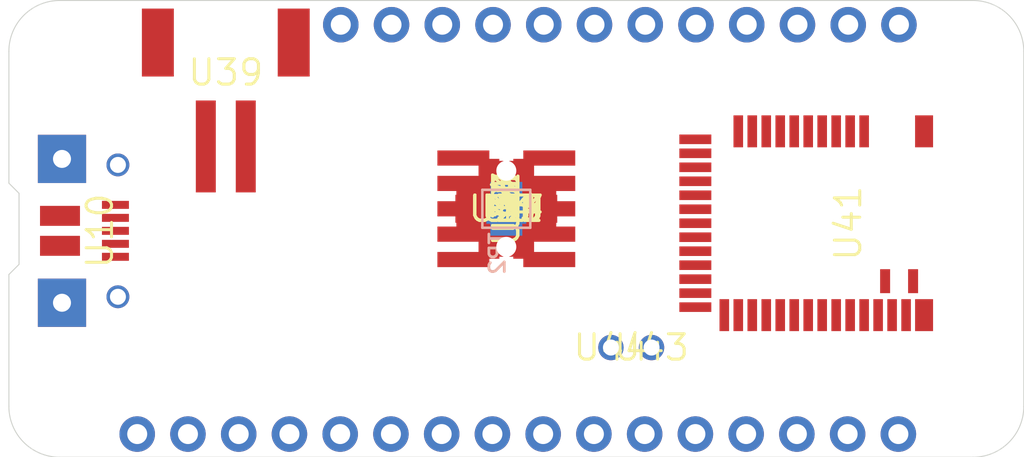
<source format=kicad_pcb>
 ( kicad_pcb  ( version 20171130 )
 ( host pcbnew "(5.1.4-0-10_14)" )
 ( general  ( thickness 1.6 )
 ( drawings 12 )
 ( tracks 0 )
 ( zones 0 )
 ( modules 46 )
 ( nets 70 )
)
 ( page A4 )
 ( layers  ( 0 Top signal )
 ( 31 Bottom signal )
 ( 32 B.Adhes user )
 ( 33 F.Adhes user hide )
 ( 34 B.Paste user )
 ( 35 F.Paste user )
 ( 36 B.SilkS user hide )
 ( 37 F.SilkS user )
 ( 38 B.Mask user )
 ( 39 F.Mask user hide )
 ( 40 Dwgs.User user )
 ( 41 Cmts.User user )
 ( 42 Eco1.User user )
 ( 43 Eco2.User user )
 ( 44 Edge.Cuts user )
 ( 45 Margin user )
 ( 46 B.CrtYd user )
 ( 47 F.CrtYd user )
 ( 48 B.Fab user )
 ( 49 F.Fab user )
)
 ( setup  ( last_trace_width 0.25 )
 ( trace_clearance 0.2 )
 ( zone_clearance 0.254 )
 ( zone_45_only no )
 ( trace_min 0.2 )
 ( via_size 0.8 )
 ( via_drill 0.4 )
 ( via_min_size 0.4 )
 ( via_min_drill 0.3 )
 ( uvia_size 0.3 )
 ( uvia_drill 0.1 )
 ( uvias_allowed yes )
 ( uvia_min_size 0.2 )
 ( uvia_min_drill 0.1 )
 ( edge_width 0.05 )
 ( segment_width 0.2 )
 ( pcb_text_width 0.3 )
 ( pcb_text_size 1.5 1.5 )
 ( mod_edge_width 0.12 )
 ( mod_text_size 1 1 )
 ( mod_text_width 0.15 )
 ( pad_size 2.413 2.413 )
 ( pad_drill 0.9 )
 ( pad_to_mask_clearance 0.051 )
 ( solder_mask_min_width 0.25 )
 ( aux_axis_origin 0 0 )
 ( visible_elements FFFFFF7F )
 ( pcbplotparams  ( layerselection 0x010fc_ffffffff )
 ( usegerberextensions false )
 ( usegerberattributes false )
 ( usegerberadvancedattributes false )
 ( creategerberjobfile false )
 ( excludeedgelayer true )
 ( linewidth 0.100000 )
 ( plotframeref false )
 ( viasonmask false )
 ( mode 1 )
 ( useauxorigin false )
 ( hpglpennumber 1 )
 ( hpglpenspeed 20 )
 ( hpglpendiameter 15.000000 )
 ( psnegative false )
 ( psa4output false )
 ( plotreference true )
 ( plotvalue true )
 ( plotinvisibletext false )
 ( padsonsilk false )
 ( subtractmaskfromsilk false )
 ( outputformat 1 )
 ( mirror false )
 ( drillshape 1 )
 ( scaleselection 1 )
 ( outputdirectory "" )
)
)
 ( net 0 "" )
 ( net 1 GND )
 ( net 2 3.3V )
 ( net 3 VBAT )
 ( net 4 VBUS )
 ( net 5 /RESET )
 ( net 6 /DFU )
 ( net 7 /TXD )
 ( net 8 /RXD )
 ( net 9 /MISO )
 ( net 10 /MOSI )
 ( net 11 /SCK )
 ( net 12 /A5/0.29 )
 ( net 13 /A4/0.28 )
 ( net 14 /A3/0.05 )
 ( net 15 /A2/0.04 )
 ( net 16 /A1/0.03 )
 ( net 17 /A0/0.02 )
 ( net 18 /SDA )
 ( net 19 /SCL )
 ( net 20 /P0.27 )
 ( net 21 /A6/P0.30 )
 ( net 22 /A7/P0.31 )
 ( net 23 /P0.11 )
 ( net 24 /P0.07 )
 ( net 25 /P0.15 )
 ( net 26 /P0.16 )
 ( net 27 /EN )
 ( net 28 "Net-(U1-Pad41)" )
 ( net 29 "Net-(U1-Pad40)" )
 ( net 30 /FRST )
 ( net 31 /SWDIO )
 ( net 32 /SWCLK )
 ( net 33 /LED2 )
 ( net 34 /SWO )
 ( net 35 /LED1 )
 ( net 36 /P0.10/NFC2 )
 ( net 37 /P0.09/NFC1 )
 ( net 38 "Net-(C2-Pad1)" )
 ( net 39 "Net-(C1-Pad1)" )
 ( net 40 "Net-(L2-Pad2)" )
 ( net 41 "Net-(C4-Pad1)" )
 ( net 42 "Net-(X1-Pad8)" )
 ( net 43 "Net-(D1-PadA)" )
 ( net 44 "Net-(D2-PadA)" )
 ( net 45 "Net-(R8-Pad1)" )
 ( net 46 "Net-(R3-Pad2)" )
 ( net 47 "Net-(C6-Pad1)" )
 ( net 48 "Net-(U2-Pad4)" )
 ( net 49 "Net-(X3-PadID)" )
 ( net 50 /USBD+ )
 ( net 51 /USBD- )
 ( net 52 "Net-(U4-Pad24)" )
 ( net 53 /DTR )
 ( net 54 "Net-(U4-Pad22)" )
 ( net 55 "Net-(R9-Pad1)" )
 ( net 56 "Net-(U4-Pad19)" )
 ( net 57 "Net-(U4-Pad18)" )
 ( net 58 "Net-(U4-Pad17)" )
 ( net 59 "Net-(C7-Pad1)" )
 ( net 60 "Net-(U4-Pad15)" )
 ( net 61 "Net-(U4-Pad14)" )
 ( net 62 "Net-(U4-Pad13)" )
 ( net 63 "Net-(U4-Pad12)" )
 ( net 64 "Net-(U4-Pad11)" )
 ( net 65 "Net-(U4-Pad10)" )
 ( net 66 "Net-(U4-Pad9)" )
 ( net 67 "Net-(U4-Pad1)" )
 ( net 68 "Net-(C11-Pad1)" )
 ( net 69 "Net-(CHG1-PadC)" )
 ( net_class Default "This is the default net class."  ( clearance 0.2 )
 ( trace_width 0.25 )
 ( via_dia 0.8 )
 ( via_drill 0.4 )
 ( uvia_dia 0.3 )
 ( uvia_drill 0.1 )
 ( add_net /A0/0.02 )
 ( add_net /A1/0.03 )
 ( add_net /A2/0.04 )
 ( add_net /A3/0.05 )
 ( add_net /A4/0.28 )
 ( add_net /A5/0.29 )
 ( add_net /A6/P0.30 )
 ( add_net /A7/P0.31 )
 ( add_net /DFU )
 ( add_net /DTR )
 ( add_net /EN )
 ( add_net /FRST )
 ( add_net /LED1 )
 ( add_net /LED2 )
 ( add_net /MISO )
 ( add_net /MOSI )
 ( add_net /P0.07 )
 ( add_net /P0.09/NFC1 )
 ( add_net /P0.10/NFC2 )
 ( add_net /P0.11 )
 ( add_net /P0.15 )
 ( add_net /P0.16 )
 ( add_net /P0.27 )
 ( add_net /RESET )
 ( add_net /RXD )
 ( add_net /SCK )
 ( add_net /SCL )
 ( add_net /SDA )
 ( add_net /SWCLK )
 ( add_net /SWDIO )
 ( add_net /SWO )
 ( add_net /TXD )
 ( add_net /USBD+ )
 ( add_net /USBD- )
 ( add_net 3.3V )
 ( add_net GND )
 ( add_net "Net-(C1-Pad1)" )
 ( add_net "Net-(C11-Pad1)" )
 ( add_net "Net-(C2-Pad1)" )
 ( add_net "Net-(C4-Pad1)" )
 ( add_net "Net-(C6-Pad1)" )
 ( add_net "Net-(C7-Pad1)" )
 ( add_net "Net-(CHG1-PadC)" )
 ( add_net "Net-(D1-PadA)" )
 ( add_net "Net-(D2-PadA)" )
 ( add_net "Net-(L2-Pad2)" )
 ( add_net "Net-(R3-Pad2)" )
 ( add_net "Net-(R8-Pad1)" )
 ( add_net "Net-(R9-Pad1)" )
 ( add_net "Net-(U1-Pad40)" )
 ( add_net "Net-(U1-Pad41)" )
 ( add_net "Net-(U2-Pad4)" )
 ( add_net "Net-(U4-Pad1)" )
 ( add_net "Net-(U4-Pad10)" )
 ( add_net "Net-(U4-Pad11)" )
 ( add_net "Net-(U4-Pad12)" )
 ( add_net "Net-(U4-Pad13)" )
 ( add_net "Net-(U4-Pad14)" )
 ( add_net "Net-(U4-Pad15)" )
 ( add_net "Net-(U4-Pad17)" )
 ( add_net "Net-(U4-Pad18)" )
 ( add_net "Net-(U4-Pad19)" )
 ( add_net "Net-(U4-Pad22)" )
 ( add_net "Net-(U4-Pad24)" )
 ( add_net "Net-(U4-Pad9)" )
 ( add_net "Net-(X1-Pad8)" )
 ( add_net "Net-(X3-PadID)" )
 ( add_net VBAT )
 ( add_net VBUS )
)
 ( module MS1 locked  ( layer Top )
 ( tedit 5ECEFCF5 )
 ( tstamp 5ECF00CD )
 ( at 148.550000 115.370000 )
 ( fp_text reference MS1  ( at -23.876 11.176 )
 ( layer F.SilkS )
hide  ( effects  ( font  ( size 1.27 1.27 )
 ( thickness 0.15 )
)
)
)
 ( fp_text value ""  ( at 0 0 )
 ( layer F.SilkS )
 ( effects  ( font  ( size 1.27 1.27 )
 ( thickness 0.15 )
)
)
)
 ( fp_poly  ( pts  ( xy 20 -1.05 )
 ( xy -20 -1.1 )
 ( xy -20 0.8 )
 ( xy 20 0.85 )
)
 ( layer F.CrtYd )
 ( width 0.1 )
)
 ( fp_poly  ( pts  ( xy 20 -1.05 )
 ( xy -20 -1.1 )
 ( xy -20 0.8 )
 ( xy 20 0.85 )
)
 ( layer B.CrtYd )
 ( width 0.1 )
)
 ( pad 1 thru_hole circle  ( at -19.026 -0.094 )
 ( size 1.778 1.778 )
 ( drill 1 )
 ( layers *.Cu *.Mask )
 ( net 5 /RESET )
 ( solder_mask_margin 0.0508 )
)
 ( pad 2 thru_hole circle  ( at -16.486 -0.094 )
 ( size 1.778 1.778 )
 ( drill 1 )
 ( layers *.Cu *.Mask )
 ( net 2 3.3V )
 ( solder_mask_margin 0.0508 )
)
 ( pad 3 thru_hole circle  ( at -13.946 -0.094 )
 ( size 1.778 1.778 )
 ( drill 1 )
 ( layers *.Cu *.Mask )
 ( net 2 3.3V )
 ( solder_mask_margin 0.0508 )
)
 ( pad 4 thru_hole circle  ( at -11.406 -0.094 )
 ( size 1.778 1.778 )
 ( drill 1 )
 ( layers *.Cu *.Mask )
 ( net 1 GND )
 ( solder_mask_margin 0.0508 )
)
 ( pad 16 thru_hole circle  ( at 19.074 -0.094 )
 ( size 1.778 1.778 )
 ( drill 1 )
 ( layers *.Cu *.Mask )
 ( net 6 /DFU )
 ( solder_mask_margin 0.0508 )
)
 ( pad 15 thru_hole circle  ( at 16.534 -0.094 )
 ( size 1.778 1.778 )
 ( drill 1 )
 ( layers *.Cu *.Mask )
 ( net 7 /TXD )
 ( solder_mask_margin 0.0508 )
)
 ( pad 14 thru_hole circle  ( at 13.994 -0.094 )
 ( size 1.778 1.778 )
 ( drill 1 )
 ( layers *.Cu *.Mask )
 ( net 8 /RXD )
 ( solder_mask_margin 0.0508 )
)
 ( pad 13 thru_hole circle  ( at 11.454 -0.094 )
 ( size 1.778 1.778 )
 ( drill 1 )
 ( layers *.Cu *.Mask )
 ( net 9 /MISO )
 ( solder_mask_margin 0.0508 )
)
 ( pad 12 thru_hole circle  ( at 8.914 -0.094 )
 ( size 1.778 1.778 )
 ( drill 1 )
 ( layers *.Cu *.Mask )
 ( net 10 /MOSI )
 ( solder_mask_margin 0.0508 )
)
 ( pad 11 thru_hole circle  ( at 6.374 -0.094 )
 ( size 1.778 1.778 )
 ( drill 1 )
 ( layers *.Cu *.Mask )
 ( net 11 /SCK )
 ( solder_mask_margin 0.0508 )
)
 ( pad 10 thru_hole circle  ( at 3.834 -0.094 )
 ( size 1.778 1.778 )
 ( drill 1 )
 ( layers *.Cu *.Mask )
 ( net 12 /A5/0.29 )
 ( solder_mask_margin 0.0508 )
)
 ( pad 9 thru_hole circle  ( at 1.294 -0.094 )
 ( size 1.778 1.778 )
 ( drill 1 )
 ( layers *.Cu *.Mask )
 ( net 13 /A4/0.28 )
 ( solder_mask_margin 0.0508 )
)
 ( pad 8 thru_hole circle  ( at -1.246 -0.094 )
 ( size 1.778 1.778 )
 ( drill 1 )
 ( layers *.Cu *.Mask )
 ( net 14 /A3/0.05 )
 ( solder_mask_margin 0.0508 )
)
 ( pad 7 thru_hole circle  ( at -3.786 -0.094 )
 ( size 1.778 1.778 )
 ( drill 1 )
 ( layers *.Cu *.Mask )
 ( net 15 /A2/0.04 )
 ( solder_mask_margin 0.0508 )
)
 ( pad 6 thru_hole circle  ( at -6.326 -0.094 )
 ( size 1.778 1.778 )
 ( drill 1 )
 ( layers *.Cu *.Mask )
 ( net 16 /A1/0.03 )
 ( solder_mask_margin 0.0508 )
)
 ( pad 5 thru_hole circle  ( at -8.866 -0.094 )
 ( size 1.778 1.778 )
 ( drill 1 )
 ( layers *.Cu *.Mask )
 ( net 17 /A0/0.02 )
 ( solder_mask_margin 0.0508 )
)
)
 ( module MS2 locked  ( layer Top )
 ( tedit 5ECEFC9F )
 ( tstamp 5ECEFD2A )
 ( at 153.680000 94.750000 )
 ( fp_text reference MS2  ( at -23.876 11.176 )
 ( layer F.SilkS )
hide  ( effects  ( font  ( size 1.27 1.27 )
 ( thickness 0.15 )
)
)
)
 ( fp_text value ""  ( at -0.1 0.2 )
 ( layer F.SilkS )
 ( effects  ( font  ( size 1.27 1.27 )
 ( thickness 0.15 )
)
)
)
 ( fp_poly  ( pts  ( xy 14.9 -0.9 )
 ( xy -14.85 -0.9 )
 ( xy -14.85 0.95 )
 ( xy 14.9 0.95 )
)
 ( layer F.CrtYd )
 ( width 0.1 )
)
 ( fp_poly  ( pts  ( xy 14.9 -0.9 )
 ( xy -14.85 -0.9 )
 ( xy -14.85 0.95 )
 ( xy 14.9 0.95 )
)
 ( layer B.CrtYd )
 ( width 0.1 )
)
 ( pad 17 thru_hole circle  ( at 13.974 0.036 )
 ( size 1.778 1.778 )
 ( drill 1 )
 ( layers *.Cu *.Mask )
 ( net 18 /SDA )
 ( solder_mask_margin 0.0508 )
)
 ( pad 18 thru_hole circle  ( at 11.434 0.036 )
 ( size 1.778 1.778 )
 ( drill 1 )
 ( layers *.Cu *.Mask )
 ( net 19 /SCL )
 ( solder_mask_margin 0.0508 )
)
 ( pad 19 thru_hole circle  ( at 8.894 0.036 )
 ( size 1.778 1.778 )
 ( drill 1 )
 ( layers *.Cu *.Mask )
 ( net 20 /P0.27 )
 ( solder_mask_margin 0.0508 )
)
 ( pad 20 thru_hole circle  ( at 6.354 0.036 )
 ( size 1.778 1.778 )
 ( drill 1 )
 ( layers *.Cu *.Mask )
 ( net 21 /A6/P0.30 )
 ( solder_mask_margin 0.0508 )
)
 ( pad 21 thru_hole circle  ( at 3.814 0.036 )
 ( size 1.778 1.778 )
 ( drill 1 )
 ( layers *.Cu *.Mask )
 ( net 22 /A7/P0.31 )
 ( solder_mask_margin 0.0508 )
)
 ( pad 22 thru_hole circle  ( at 1.274 0.036 )
 ( size 1.778 1.778 )
 ( drill 1 )
 ( layers *.Cu *.Mask )
 ( net 23 /P0.11 )
 ( solder_mask_margin 0.0508 )
)
 ( pad 23 thru_hole circle  ( at -1.266 0.036 )
 ( size 1.778 1.778 )
 ( drill 1 )
 ( layers *.Cu *.Mask )
 ( net 24 /P0.07 )
 ( solder_mask_margin 0.0508 )
)
 ( pad 24 thru_hole circle  ( at -3.806 0.036 )
 ( size 1.778 1.778 )
 ( drill 1 )
 ( layers *.Cu *.Mask )
 ( net 25 /P0.15 )
 ( solder_mask_margin 0.0508 )
)
 ( pad 25 thru_hole circle  ( at -6.346 0.036 )
 ( size 1.778 1.778 )
 ( drill 1 )
 ( layers *.Cu *.Mask )
 ( net 26 /P0.16 )
 ( solder_mask_margin 0.0508 )
)
 ( pad 26 thru_hole circle  ( at -8.886 0.036 )
 ( size 1.778 1.778 )
 ( drill 1 )
 ( layers *.Cu *.Mask )
 ( net 4 VBUS )
 ( solder_mask_margin 0.0508 )
)
 ( pad 27 thru_hole circle  ( at -11.426 0.036 )
 ( size 1.778 1.778 )
 ( drill 1 )
 ( layers *.Cu *.Mask )
 ( net 27 /EN )
 ( solder_mask_margin 0.0508 )
)
 ( pad 28 thru_hole circle  ( at -13.966 0.036 )
 ( size 1.778 1.778 )
 ( drill 1 )
 ( layers *.Cu *.Mask )
 ( net 3 VBAT )
 ( solder_mask_margin 0.0508 )
)
)
 ( module "Adafruit nRF52 Bluefruit Feather:JSTPH2" locked  ( layer Top )
 ( tedit 5DD6DA47 )
 ( tstamp 5DD6D218 )
 ( at 133.958000 98.702800 )
 ( fp_text reference U39  ( at 0 -1.524 )
 ( layer F.SilkS )
 ( effects  ( font  ( size 1.27 1.27 )
 ( thickness 0.15 )
)
)
)
 ( fp_text value ""  ( at 0 -1.524 )
 ( layer F.SilkS )
 ( effects  ( font  ( size 1.27 1.27 )
 ( thickness 0.15 )
)
)
)
 ( fp_poly  ( pts  ( xy 4 -4.524 )
 ( xy 4.0132 2.9972 )
 ( xy 3.2004 2.9972 )
 ( xy 3.2004 0.4318 )
 ( xy -3.2004 0.4318 )
 ( xy -3.2004 2.9718 )
 ( xy -3.9878 2.9718 )
 ( xy -3.9878 -4.5466 )
)
 ( layer F.CrtYd )
 ( width 0.1 )
)
 ( pad NC2 smd rect  ( at 3.4 -3.024 90.000000 )
 ( size 3.4 1.6 )
 ( layers Top F.Mask F.Paste )
 ( solder_mask_margin 0.0508 )
)
 ( pad NC1 smd rect  ( at -3.4 -3.024 90.000000 )
 ( size 3.4 1.6 )
 ( layers Top F.Mask F.Paste )
 ( solder_mask_margin 0.0508 )
)
 ( pad 2 smd rect  ( at 1 2.176 )
 ( size 1 4.6 )
 ( layers Top F.Mask F.Paste )
 ( net 3 VBAT )
 ( solder_mask_margin 0.0508 )
)
 ( pad 1 smd rect  ( at -1 2.176 )
 ( size 1 4.6 )
 ( layers Top F.Mask F.Paste )
 ( net 1 GND )
 ( solder_mask_margin 0.0508 )
)
)
 ( module "Adafruit nRF52 Bluefruit Feather:4UCONN_20329_V2" locked  ( layer Top )
 ( tedit 5DD6E28E )
 ( tstamp 5DD6D241 )
 ( at 125.626800 105.103600 270.000000 )
 ( fp_text reference U10  ( at 0 -2.032 90 )
 ( layer F.SilkS )
 ( effects  ( font  ( size 1.27 1.27 )
 ( thickness 0.15 )
)
)
)
 ( fp_text value ""  ( at 0 -2.032 90 )
 ( layer F.SilkS )
 ( effects  ( font  ( size 1.27 1.27 )
 ( thickness 0.15 )
)
)
)
 ( fp_poly  ( pts  ( xy 4.953 2.921 )
 ( xy -4.826 2.921 )
 ( xy -4.826 -3.048 )
 ( xy 4.953 -3.048 )
)
 ( layer F.CrtYd )
 ( width 0.1 )
)
 ( pad BASE@2 smd rect  ( at 0.75 -0.032 )
 ( size 2 1 )
 ( layers Top F.Mask F.Paste )
 ( net 1 GND )
 ( solder_mask_margin 0.0508 )
)
 ( pad BASE@1 smd rect  ( at -0.75 -0.032 )
 ( size 2 1 )
 ( layers Top F.Mask F.Paste )
 ( net 1 GND )
 ( solder_mask_margin 0.0508 )
)
 ( pad GND smd rect  ( at 1.3 -2.807 270.000000 )
 ( size 0.4 1.35 )
 ( layers Top )
 ( net 1 GND )
 ( solder_mask_margin 0.0508 )
)
 ( pad ID smd rect  ( at 0.65 -2.807 270.000000 )
 ( size 0.4 1.35 )
 ( layers Top )
 ( net 49 "Net-(X3-PadID)" )
 ( solder_mask_margin 0.0508 )
)
 ( pad D+ smd rect  ( at 0 -2.807 270.000000 )
 ( size 0.4 1.35 )
 ( layers Top )
 ( net 50 /USBD+ )
 ( solder_mask_margin 0.0508 )
)
 ( pad D- smd rect  ( at -0.65 -2.807 270.000000 )
 ( size 0.4 1.35 )
 ( layers Top )
 ( net 51 /USBD- )
 ( solder_mask_margin 0.0508 )
)
 ( pad VBUS smd rect  ( at -1.3 -2.807 270.000000 )
 ( size 0.4 1.35 )
 ( layers Top )
 ( net 4 VBUS )
 ( solder_mask_margin 0.0508 )
)
 ( pad SPRT@2 thru_hole circle  ( at 3.3 -2.932 270.000000 )
 ( size 1.143 1.143 )
 ( drill 0.8 )
 ( layers *.Cu *.Mask )
 ( net 1 GND )
 ( solder_mask_margin 0.0508 )
)
 ( pad SPRT@1 thru_hole circle  ( at -3.3 -2.932 90.000000 )
 ( size 1.143 1.143 )
 ( drill 0.8 )
 ( layers *.Cu *.Mask )
 ( net 1 GND )
 ( solder_mask_margin 0.0508 )
)
 ( pad SPRT@3 thru_hole rect  ( at -3.6 -0.132 )
 ( size 2.413 2.413 )
 ( drill 0.9 )
 ( layers *.Cu *.Mask )
)
 ( pad SPRT@4 thru_hole rect  ( at 3.6 -0.132 )
 ( size 2.413 2.413 )
 ( drill 0.9 )
 ( layers *.Cu *.Mask )
)
)
 ( module "Adafruit nRF52 Bluefruit Feather:0603-NO"  ( layer Top )
 ( tedit 5DD6E39B )
 ( tstamp 5DD6D33D )
 ( at 148.000000 104.000000 270.000000 )
 ( fp_text reference U1  ( at 0 0 270 )
 ( layer F.SilkS )
 ( effects  ( font  ( size 1.27 1.27 )
 ( thickness 0.15 )
)
)
)
 ( fp_text value ""  ( at 0 0 270 )
 ( layer F.SilkS )
 ( effects  ( font  ( size 1.27 1.27 )
 ( thickness 0.15 )
)
)
)
 ( fp_poly  ( pts  ( xy 1.473 0.508 )
 ( xy -1.473 0.508 )
 ( xy -1.473 -0.508 )
 ( xy 1.473 -0.508 )
)
 ( layer F.CrtYd )
 ( width 0.1 )
)
 ( pad 2 smd rect  ( at 0.85 0 270.000000 )
 ( size 1.075 1 )
 ( layers Top F.Mask F.Paste )
 ( net 53 /DTR )
 ( solder_mask_margin 0.0508 )
)
 ( pad 1 smd rect  ( at -0.85 0 270.000000 )
 ( size 1.075 1 )
 ( layers Top F.Mask F.Paste )
 ( net 68 "Net-(C11-Pad1)" )
 ( solder_mask_margin 0.0508 )
)
)
 ( module "Adafruit nRF52 Bluefruit Feather:0603-NO"  ( layer Top )
 ( tedit 5DD6E390 )
 ( tstamp 5DD6D364 )
 ( at 148.000000 104.000000 270.000000 )
 ( fp_text reference U2  ( at 0 0 270 )
 ( layer F.SilkS )
 ( effects  ( font  ( size 1.27 1.27 )
 ( thickness 0.15 )
)
)
)
 ( fp_text value ""  ( at 0 0 270 )
 ( layer F.SilkS )
 ( effects  ( font  ( size 1.27 1.27 )
 ( thickness 0.15 )
)
)
)
 ( fp_poly  ( pts  ( xy 1.473 0.508 )
 ( xy -1.473 0.508 )
 ( xy -1.473 -0.508 )
 ( xy 1.473 -0.508 )
)
 ( layer F.CrtYd )
 ( width 0.1 )
)
 ( pad 2 smd rect  ( at 0.85 0 270.000000 )
 ( size 1.075 1 )
 ( layers Top F.Mask F.Paste )
 ( net 8 /RXD )
 ( solder_mask_margin 0.0508 )
)
 ( pad 1 smd rect  ( at -0.85 0 270.000000 )
 ( size 1.075 1 )
 ( layers Top F.Mask F.Paste )
 ( net 55 "Net-(R9-Pad1)" )
 ( solder_mask_margin 0.0508 )
)
)
 ( module "Adafruit nRF52 Bluefruit Feather:0603-NO"  ( layer Top )
 ( tedit 5DD6E361 )
 ( tstamp 5DD6D232 )
 ( at 148.000000 104.000000 )
 ( fp_text reference U3  ( at 0 0 )
 ( layer F.SilkS )
 ( effects  ( font  ( size 1.27 1.27 )
 ( thickness 0.15 )
)
)
)
 ( fp_text value ""  ( at 0 0 )
 ( layer F.SilkS )
 ( effects  ( font  ( size 1.27 1.27 )
 ( thickness 0.15 )
)
)
)
 ( fp_poly  ( pts  ( xy 1.473 0.635 )
 ( xy -1.473 0.635 )
 ( xy -1.473 -0.635 )
 ( xy 1.473 -0.635 )
)
 ( layer F.CrtYd )
 ( width 0.1 )
)
 ( pad 2 smd rect  ( at 0.85 0 )
 ( size 1.075 1 )
 ( layers Top F.Mask F.Paste )
 ( net 47 "Net-(C6-Pad1)" )
 ( solder_mask_margin 0.0508 )
)
 ( pad 1 smd rect  ( at -0.85 0 )
 ( size 1.075 1 )
 ( layers Top F.Mask F.Paste )
 ( net 27 /EN )
 ( solder_mask_margin 0.0508 )
)
)
 ( module "Adafruit nRF52 Bluefruit Feather:0603-NO"  ( layer Top )
 ( tedit 5DD6E35B )
 ( tstamp 5DD6D3C1 )
 ( at 148.000000 104.000000 180.000000 )
 ( fp_text reference U4  ( at 0 0 )
 ( layer F.SilkS )
 ( effects  ( font  ( size 1.27 1.27 )
 ( thickness 0.15 )
)
)
)
 ( fp_text value ""  ( at 0 0 )
 ( layer F.SilkS )
 ( effects  ( font  ( size 1.27 1.27 )
 ( thickness 0.15 )
)
)
)
 ( fp_poly  ( pts  ( xy 1.473 0.635 )
 ( xy -1.473 0.635 )
 ( xy -1.473 -0.635 )
 ( xy 1.473 -0.635 )
)
 ( layer F.CrtYd )
 ( width 0.1 )
)
 ( pad 2 smd rect  ( at 0.85 0 180.000000 )
 ( size 1.075 1 )
 ( layers Top F.Mask F.Paste )
 ( net 1 GND )
 ( solder_mask_margin 0.0508 )
)
 ( pad 1 smd rect  ( at -0.85 0 180.000000 )
 ( size 1.075 1 )
 ( layers Top F.Mask F.Paste )
 ( net 22 /A7/P0.31 )
 ( solder_mask_margin 0.0508 )
)
)
 ( module "Adafruit nRF52 Bluefruit Feather:0603-NO"  ( layer Top )
 ( tedit 5DD6E34E )
 ( tstamp 5DD6D1D2 )
 ( at 148.000000 104.000000 )
 ( fp_text reference U5  ( at 0 0 )
 ( layer F.SilkS )
 ( effects  ( font  ( size 1.27 1.27 )
 ( thickness 0.15 )
)
)
)
 ( fp_text value ""  ( at 0 0 )
 ( layer F.SilkS )
 ( effects  ( font  ( size 1.27 1.27 )
 ( thickness 0.15 )
)
)
)
 ( fp_poly  ( pts  ( xy 1.473 0.508 )
 ( xy -1.473 0.508 )
 ( xy -1.473 -0.508 )
 ( xy 1.473 -0.508 )
)
 ( layer F.CrtYd )
 ( width 0.1 )
)
 ( pad 2 smd rect  ( at 0.85 0 )
 ( size 1.075 1 )
 ( layers Top F.Mask F.Paste )
 ( net 22 /A7/P0.31 )
 ( solder_mask_margin 0.0508 )
)
 ( pad 1 smd rect  ( at -0.85 0 )
 ( size 1.075 1 )
 ( layers Top F.Mask F.Paste )
 ( net 3 VBAT )
 ( solder_mask_margin 0.0508 )
)
)
 ( module "Adafruit nRF52 Bluefruit Feather:0603-NO"  ( layer Top )
 ( tedit 5DD6E33E )
 ( tstamp 5DD6D1E1 )
 ( at 148.000000 104.000000 )
 ( fp_text reference U6  ( at 0 0 )
 ( layer F.SilkS )
 ( effects  ( font  ( size 1.27 1.27 )
 ( thickness 0.15 )
)
)
)
 ( fp_text value ""  ( at 0 0 )
 ( layer F.SilkS )
 ( effects  ( font  ( size 1.27 1.27 )
 ( thickness 0.15 )
)
)
)
 ( fp_poly  ( pts  ( xy 1.473 0.635 )
 ( xy -1.473 0.635 )
 ( xy -1.473 -0.635 )
 ( xy 1.473 -0.635 )
)
 ( layer F.CrtYd )
 ( width 0.1 )
)
 ( pad 2 smd rect  ( at 0.85 0 )
 ( size 1.075 1 )
 ( layers Top F.Mask F.Paste )
 ( net 1 GND )
 ( solder_mask_margin 0.0508 )
)
 ( pad 1 smd rect  ( at -0.85 0 )
 ( size 1.075 1 )
 ( layers Top F.Mask F.Paste )
 ( net 22 /A7/P0.31 )
 ( solder_mask_margin 0.0508 )
)
)
 ( module "Adafruit nRF52 Bluefruit Feather:0603-NO"  ( layer Top )
 ( tedit 5DD6E32C )
 ( tstamp 5DD6D311 )
 ( at 148.000000 104.000000 90.000000 )
 ( fp_text reference U7  ( at 0 0 90 )
 ( layer F.SilkS )
 ( effects  ( font  ( size 1.27 1.27 )
 ( thickness 0.15 )
)
)
)
 ( fp_text value ""  ( at 0 0 90 )
 ( layer F.SilkS )
 ( effects  ( font  ( size 1.27 1.27 )
 ( thickness 0.15 )
)
)
)
 ( fp_poly  ( pts  ( xy 1.473 0.635 )
 ( xy -1.473 0.635 )
 ( xy -1.473 -0.635 )
 ( xy 1.473 -0.635 )
)
 ( layer F.CrtYd )
 ( width 0.1 )
)
 ( pad 2 smd rect  ( at 0.85 0 90.000000 )
 ( size 1.075 1 )
 ( layers Top F.Mask F.Paste )
 ( net 1 GND )
 ( solder_mask_margin 0.0508 )
)
 ( pad 1 smd rect  ( at -0.85 0 90.000000 )
 ( size 1.075 1 )
 ( layers Top F.Mask F.Paste )
 ( net 2 3.3V )
 ( solder_mask_margin 0.0508 )
)
)
 ( module "Adafruit nRF52 Bluefruit Feather:0805-NO"  ( layer Top )
 ( tedit 5DD6E322 )
 ( tstamp 5DD6D1FA )
 ( at 148.000000 104.000000 90.000000 )
 ( fp_text reference U8  ( at 0 0 90 )
 ( layer F.SilkS )
 ( effects  ( font  ( size 1.27 1.27 )
 ( thickness 0.15 )
)
)
)
 ( fp_text value ""  ( at 0 0 90 )
 ( layer F.SilkS )
 ( effects  ( font  ( size 1.27 1.27 )
 ( thickness 0.15 )
)
)
)
 ( fp_poly  ( pts  ( xy 1.524 0.762 )
 ( xy -1.524 0.762 )
 ( xy -1.524 -0.762 )
 ( xy 1.524 -0.762 )
)
 ( layer F.CrtYd )
 ( width 0.1 )
)
 ( pad 2 smd rect  ( at 0.95 0 90.000000 )
 ( size 1.24 1.5 )
 ( layers Top F.Mask F.Paste )
 ( net 1 GND )
 ( solder_mask_margin 0.0508 )
)
 ( pad 1 smd rect  ( at -0.95 0 90.000000 )
 ( size 1.24 1.5 )
 ( layers Top F.Mask F.Paste )
 ( net 2 3.3V )
 ( solder_mask_margin 0.0508 )
)
)
 ( module "Adafruit nRF52 Bluefruit Feather:0805-NO"  ( layer Top )
 ( tedit 5DD6E315 )
 ( tstamp 5DD6D3F7 )
 ( at 148.000000 104.000000 90.000000 )
 ( fp_text reference U9  ( at 0 0 90 )
 ( layer F.SilkS )
 ( effects  ( font  ( size 1.27 1.27 )
 ( thickness 0.15 )
)
)
)
 ( fp_text value ""  ( at 0 0 90 )
 ( layer F.SilkS )
 ( effects  ( font  ( size 1.27 1.27 )
 ( thickness 0.15 )
)
)
)
 ( fp_poly  ( pts  ( xy 1.524 0.762 )
 ( xy -1.524 0.762 )
 ( xy -1.524 -0.762 )
 ( xy 1.524 -0.762 )
)
 ( layer F.CrtYd )
 ( width 0.1 )
)
 ( pad 2 smd rect  ( at 0.95 0 90.000000 )
 ( size 1.24 1.5 )
 ( layers Top F.Mask F.Paste )
 ( net 1 GND )
 ( solder_mask_margin 0.0508 )
)
 ( pad 1 smd rect  ( at -0.95 0 90.000000 )
 ( size 1.24 1.5 )
 ( layers Top F.Mask F.Paste )
 ( net 59 "Net-(C7-Pad1)" )
 ( solder_mask_margin 0.0508 )
)
)
 ( module "Adafruit nRF52 Bluefruit Feather:SOLDERJUMPER_CLOSEDWIRE"  ( layer Bottom )
 ( tedit 5DD6E25F )
 ( tstamp 5DD6D3DA )
 ( at 148.000000 104.000000 270.000000 )
 ( fp_text reference U11  ( at 0 0 90 )
 ( layer F.SilkS )
 ( effects  ( font  ( size 1.27 1.27 )
 ( thickness 0.15 )
)
)
)
 ( fp_text value ""  ( at 0 0 90 )
 ( layer F.SilkS )
 ( effects  ( font  ( size 1.27 1.27 )
 ( thickness 0.15 )
)
)
)
 ( fp_poly  ( pts  ( xy 1.651 -1.016 )
 ( xy -1.651 -1.016 )
 ( xy -1.651 1.016 )
 ( xy 1.651 1.016 )
)
 ( layer B.CrtYd )
 ( width 0.1 )
)
 ( pad 2 smd rect  ( at 0.762 0 270.000000 )
 ( size 1.1684 1.6002 )
 ( layers Bottom )
 ( net 68 "Net-(C11-Pad1)" )
 ( solder_mask_margin 0.0508 )
)
 ( pad 1 smd rect  ( at -0.762 0 270.000000 )
 ( size 1.1684 1.6002 )
 ( layers Bottom )
 ( net 5 /RESET )
 ( solder_mask_margin 0.0508 )
)
)
 ( module "Adafruit nRF52 Bluefruit Feather:PAD-1.5X2.0"  ( layer Bottom )
 ( tedit 5DD6E027 )
 ( tstamp 5DD6D373 )
 ( at 148.000000 104.000000 270.000000 )
 ( descr "1.5 x 2.0mm SMT pad (no solder paste)" )
 ( path /FA3D1D6B )
 ( fp_text reference TP2  ( at 1.1 0 270 )
 ( layer B.SilkS )
 ( effects  ( font  ( size 0.77216 0.77216 )
 ( thickness 0.138988 )
)
 ( justify left bottom mirror )
)
)
 ( fp_text value FRST  ( at 1.1 -0.7 270 )
 ( layer B.Fab )
 ( effects  ( font  ( size 0.38608 0.38608 )
 ( thickness 0.038608 )
)
 ( justify left bottom mirror )
)
)
 ( fp_line  ( start -0.95 -1.2 )
 ( end -0.95 1.2 )
 ( layer B.SilkS )
 ( width 0.127 )
)
 ( fp_line  ( start 0.95 -1.2 )
 ( end -0.95 -1.2 )
 ( layer B.SilkS )
 ( width 0.127 )
)
 ( fp_line  ( start 0.95 1.2 )
 ( end 0.95 -1.2 )
 ( layer B.SilkS )
 ( width 0.127 )
)
 ( fp_line  ( start -0.95 1.2 )
 ( end 0.95 1.2 )
 ( layer B.SilkS )
 ( width 0.127 )
)
 ( fp_poly  ( pts  ( xy 0.95 -1.2 )
 ( xy -0.95 -1.2 )
 ( xy -0.95 1.2 )
 ( xy 0.95 1.2 )
)
 ( layer B.CrtYd )
 ( width 0.1 )
)
 ( pad P$1 smd rect  ( at 0 0 270.000000 )
 ( size 1.5 2 )
 ( layers Bottom )
 ( net 30 /FRST )
 ( solder_mask_margin 0.0508 )
)
)
 ( module "Adafruit nRF52 Bluefruit Feather:XTAL3215"  ( layer Top )
 ( tedit 5DD6DEBE )
 ( tstamp 5DD6D3AC )
 ( at 148.000000 104.000000 90.000000 )
 ( fp_text reference U12  ( at 0 0 90 )
 ( layer F.SilkS )
 ( effects  ( font  ( size 1.27 1.27 )
 ( thickness 0.15 )
)
)
)
 ( fp_text value ""  ( at 0 0 90 )
 ( layer F.SilkS )
 ( effects  ( font  ( size 1.27 1.27 )
 ( thickness 0.15 )
)
)
)
 ( fp_poly  ( pts  ( xy 1.651 0.889 )
 ( xy -1.651 0.889 )
 ( xy -1.651 -0.889 )
 ( xy 1.651 -0.889 )
)
 ( layer F.CrtYd )
 ( width 0.1 )
)
 ( pad P$2 smd rect  ( at -1.2 0 270.000000 )
 ( size 1.1 1.9 )
 ( layers Top F.Mask F.Paste )
 ( net 38 "Net-(C2-Pad1)" )
 ( solder_mask_margin 0.0508 )
)
 ( pad P$1 smd rect  ( at 1.2 0 90.000000 )
 ( size 1.1 1.9 )
 ( layers Top F.Mask F.Paste )
 ( net 39 "Net-(C1-Pad1)" )
 ( solder_mask_margin 0.0508 )
)
)
 ( module "Adafruit nRF52 Bluefruit Feather:SOD-323"  ( layer Top )
 ( tedit 5DD6DE68 )
 ( tstamp 5DD6D320 )
 ( at 148.000000 104.000000 180.000000 )
 ( fp_text reference U13  ( at 0 0 180 )
 ( layer F.SilkS )
 ( effects  ( font  ( size 1.27 1.27 )
 ( thickness 0.15 )
)
)
)
 ( fp_text value ""  ( at 0 0 180 )
 ( layer F.SilkS )
 ( effects  ( font  ( size 1.27 1.27 )
 ( thickness 0.15 )
)
)
)
 ( fp_poly  ( pts  ( xy 1.524 0.762 )
 ( xy -1.524 0.762 )
 ( xy -1.524 -0.762 )
 ( xy 1.524 -0.762 )
)
 ( layer F.CrtYd )
 ( width 0.1 )
)
 ( pad A smd rect  ( at 1.27 0 180.000000 )
 ( size 1.35 0.8 )
 ( layers Top F.Mask F.Paste )
 ( net 5 /RESET )
 ( solder_mask_margin 0.0508 )
)
 ( pad C smd rect  ( at -1.27 0 180.000000 )
 ( size 1.35 0.8 )
 ( layers Top F.Mask F.Paste )
 ( net 2 3.3V )
 ( solder_mask_margin 0.0508 )
)
)
 ( module "Adafruit nRF52 Bluefruit Feather:SOD-123"  ( layer Top )
 ( tedit 5DD6DDF8 )
 ( tstamp 5DD6D37B )
 ( at 148.000000 104.000000 180.000000 )
 ( fp_text reference U14  ( at 0 0 180 )
 ( layer F.SilkS )
 ( effects  ( font  ( size 1.27 1.27 )
 ( thickness 0.15 )
)
)
)
 ( fp_text value ""  ( at 0 0 180 )
 ( layer F.SilkS )
 ( effects  ( font  ( size 1.27 1.27 )
 ( thickness 0.15 )
)
)
)
 ( fp_poly  ( pts  ( xy 2.032 0.889 )
 ( xy -1.778 0.889 )
 ( xy -1.778 -0.889 )
 ( xy 2.032 -0.889 )
)
 ( layer F.CrtYd )
 ( width 0.1 )
)
 ( pad A smd rect  ( at 1.85 0 270.000000 )
 ( size 1.4 1.4 )
 ( layers Top F.Mask F.Paste )
 ( net 4 VBUS )
 ( solder_mask_margin 0.0508 )
)
 ( pad C smd rect  ( at -1.85 0 270.000000 )
 ( size 1.4 1.4 )
 ( layers Top F.Mask F.Paste )
 ( net 47 "Net-(C6-Pad1)" )
 ( solder_mask_margin 0.0508 )
)
)
 ( module "Adafruit nRF52 Bluefruit Feather:CHIPLED_0805_NOOUTLINE"  ( layer Top )
 ( tedit 5DD6DDE2 )
 ( tstamp 5DD6D191 )
 ( at 148.000000 104.000000 270.000000 )
 ( fp_text reference U15  ( at 0 0 270 )
 ( layer F.SilkS )
 ( effects  ( font  ( size 1.27 1.27 )
 ( thickness 0.15 )
)
)
)
 ( fp_text value ""  ( at 0 0 270 )
 ( layer F.SilkS )
 ( effects  ( font  ( size 1.27 1.27 )
 ( thickness 0.15 )
)
)
)
 ( fp_poly  ( pts  ( xy 0.762 1.524 )
 ( xy -0.762 1.524 )
 ( xy -0.762 -1.397 )
 ( xy 0.762 -1.397 )
)
 ( layer F.CrtYd )
 ( width 0.1 )
)
 ( pad A smd rect  ( at 0 1.05 270.000000 )
 ( size 1.2 1.2 )
 ( layers Top F.Mask F.Paste )
 ( net 4 VBUS )
 ( solder_mask_margin 0.0508 )
)
 ( pad C smd rect  ( at 0 -1.05 270.000000 )
 ( size 1.2 1.2 )
 ( layers Top F.Mask F.Paste )
 ( net 69 "Net-(CHG1-PadC)" )
 ( solder_mask_margin 0.0508 )
)
)
 ( module "Adafruit nRF52 Bluefruit Feather:CHIPLED_0805_NOOUTLINE"  ( layer Top )
 ( tedit 5DD6DDD4 )
 ( tstamp 5DD6D114 )
 ( at 148.000000 104.000000 90.000000 )
 ( fp_text reference U16  ( at 0 0 90 )
 ( layer F.SilkS )
 ( effects  ( font  ( size 1.27 1.27 )
 ( thickness 0.15 )
)
)
)
 ( fp_text value ""  ( at 0 0 90 )
 ( layer F.SilkS )
 ( effects  ( font  ( size 1.27 1.27 )
 ( thickness 0.15 )
)
)
)
 ( fp_poly  ( pts  ( xy 0.762 1.524 )
 ( xy -0.762 1.524 )
 ( xy -0.762 -1.397 )
 ( xy 0.762 -1.397 )
)
 ( layer F.CrtYd )
 ( width 0.1 )
)
 ( pad A smd rect  ( at 0 1.05 90.000000 )
 ( size 1.2 1.2 )
 ( layers Top F.Mask F.Paste )
 ( net 43 "Net-(D1-PadA)" )
 ( solder_mask_margin 0.0508 )
)
 ( pad C smd rect  ( at 0 -1.05 90.000000 )
 ( size 1.2 1.2 )
 ( layers Top F.Mask F.Paste )
 ( net 1 GND )
 ( solder_mask_margin 0.0508 )
)
)
 ( module "Adafruit nRF52 Bluefruit Feather:0805-NO"  ( layer Top )
 ( tedit 5DD6DDA1 )
 ( tstamp 5DD6D164 )
 ( at 148.000000 104.000000 180.000000 )
 ( fp_text reference U17  ( at 0 0 180 )
 ( layer F.SilkS )
 ( effects  ( font  ( size 1.27 1.27 )
 ( thickness 0.15 )
)
)
)
 ( fp_text value ""  ( at 0 0 180 )
 ( layer F.SilkS )
 ( effects  ( font  ( size 1.27 1.27 )
 ( thickness 0.15 )
)
)
)
 ( fp_poly  ( pts  ( xy 1.524 0.889 )
 ( xy -1.524 0.889 )
 ( xy -1.524 -0.889 )
 ( xy 1.524 -0.889 )
)
 ( layer F.CrtYd )
 ( width 0.1 )
)
 ( pad 2 smd rect  ( at 0.95 0 180.000000 )
 ( size 1.24 1.5 )
 ( layers Top F.Mask F.Paste )
 ( net 40 "Net-(L2-Pad2)" )
 ( solder_mask_margin 0.0508 )
)
 ( pad 1 smd rect  ( at -0.95 0 180.000000 )
 ( size 1.24 1.5 )
 ( layers Top F.Mask F.Paste )
 ( net 41 "Net-(C4-Pad1)" )
 ( solder_mask_margin 0.0508 )
)
)
 ( module "Adafruit nRF52 Bluefruit Feather:0805-NO"  ( layer Top )
 ( tedit 5DD6DD9D )
 ( tstamp 5DD6D10A )
 ( at 148.000000 104.000000 180.000000 )
 ( fp_text reference U18  ( at 0 0 180 )
 ( layer F.SilkS )
 ( effects  ( font  ( size 1.27 1.27 )
 ( thickness 0.15 )
)
)
)
 ( fp_text value ""  ( at 0 0 180 )
 ( layer F.SilkS )
 ( effects  ( font  ( size 1.27 1.27 )
 ( thickness 0.15 )
)
)
)
 ( fp_poly  ( pts  ( xy 1.524 0.889 )
 ( xy -1.524 0.889 )
 ( xy -1.524 -0.889 )
 ( xy 1.524 -0.889 )
)
 ( layer F.CrtYd )
 ( width 0.1 )
)
 ( pad 2 smd rect  ( at 0.95 0 180.000000 )
 ( size 1.24 1.5 )
 ( layers Top F.Mask F.Paste )
 ( net 1 GND )
 ( solder_mask_margin 0.0508 )
)
 ( pad 1 smd rect  ( at -0.95 0 180.000000 )
 ( size 1.24 1.5 )
 ( layers Top F.Mask F.Paste )
 ( net 2 3.3V )
 ( solder_mask_margin 0.0508 )
)
)
 ( module "Adafruit nRF52 Bluefruit Feather:0805-NO"  ( layer Top )
 ( tedit 5DD6DD98 )
 ( tstamp 5DD6D1F0 )
 ( at 148.000000 104.000000 )
 ( fp_text reference U19  ( at 0 0 )
 ( layer F.SilkS )
 ( effects  ( font  ( size 1.27 1.27 )
 ( thickness 0.15 )
)
)
)
 ( fp_text value ""  ( at 0 0 )
 ( layer F.SilkS )
 ( effects  ( font  ( size 1.27 1.27 )
 ( thickness 0.15 )
)
)
)
 ( fp_poly  ( pts  ( xy 1.524 0.889 )
 ( xy -1.524 0.889 )
 ( xy -1.524 -0.889 )
 ( xy 1.524 -0.889 )
)
 ( layer F.CrtYd )
 ( width 0.1 )
)
 ( pad 2 smd rect  ( at 0.95 0 )
 ( size 1.24 1.5 )
 ( layers Top F.Mask F.Paste )
 ( net 1 GND )
 ( solder_mask_margin 0.0508 )
)
 ( pad 1 smd rect  ( at -0.95 0 )
 ( size 1.24 1.5 )
 ( layers Top F.Mask F.Paste )
 ( net 47 "Net-(C6-Pad1)" )
 ( solder_mask_margin 0.0508 )
)
)
 ( module "Adafruit nRF52 Bluefruit Feather:0805-NO"  ( layer Top )
 ( tedit 5DD6DD93 )
 ( tstamp 5DD6D1B9 )
 ( at 148.000000 104.000000 90.000000 )
 ( fp_text reference U20  ( at 0 0 90 )
 ( layer F.SilkS )
 ( effects  ( font  ( size 1.27 1.27 )
 ( thickness 0.15 )
)
)
)
 ( fp_text value ""  ( at 0 0 90 )
 ( layer F.SilkS )
 ( effects  ( font  ( size 1.27 1.27 )
 ( thickness 0.15 )
)
)
)
 ( fp_poly  ( pts  ( xy 1.524 0.889 )
 ( xy -1.524 0.889 )
 ( xy -1.524 -0.889 )
 ( xy 1.524 -0.889 )
)
 ( layer F.CrtYd )
 ( width 0.1 )
)
 ( pad 2 smd rect  ( at 0.95 0 90.000000 )
 ( size 1.24 1.5 )
 ( layers Top F.Mask F.Paste )
 ( net 1 GND )
 ( solder_mask_margin 0.0508 )
)
 ( pad 1 smd rect  ( at -0.95 0 90.000000 )
 ( size 1.24 1.5 )
 ( layers Top F.Mask F.Paste )
 ( net 3 VBAT )
 ( solder_mask_margin 0.0508 )
)
)
 ( module "Adafruit nRF52 Bluefruit Feather:0603-NO"  ( layer Top )
 ( tedit 5DD6DD60 )
 ( tstamp 5DD6D1C3 )
 ( at 148.000000 104.000000 )
 ( fp_text reference U21  ( at 0 0 )
 ( layer F.SilkS )
 ( effects  ( font  ( size 1.27 1.27 )
 ( thickness 0.15 )
)
)
)
 ( fp_text value ""  ( at 0 0 )
 ( layer F.SilkS )
 ( effects  ( font  ( size 1.27 1.27 )
 ( thickness 0.15 )
)
)
)
 ( fp_poly  ( pts  ( xy 1.473 0.729 )
 ( xy -1.473 0.729 )
 ( xy -1.473 -0.729 )
 ( xy 1.473 -0.729 )
)
 ( layer F.CrtYd )
 ( width 0.1 )
)
 ( pad 2 smd rect  ( at 0.85 0 )
 ( size 1.075 1 )
 ( layers Top F.Mask F.Paste )
 ( net 1 GND )
 ( solder_mask_margin 0.0508 )
)
 ( pad 1 smd rect  ( at -0.85 0 )
 ( size 1.075 1 )
 ( layers Top F.Mask F.Paste )
 ( net 45 "Net-(R8-Pad1)" )
 ( solder_mask_margin 0.0508 )
)
)
 ( module "Adafruit nRF52 Bluefruit Feather:0603-NO"  ( layer Top )
 ( tedit 5DD6DD56 )
 ( tstamp 5DD6D0FB )
 ( at 148.000000 104.000000 90.000000 )
 ( fp_text reference U22  ( at 0 0 90 )
 ( layer F.SilkS )
 ( effects  ( font  ( size 1.27 1.27 )
 ( thickness 0.15 )
)
)
)
 ( fp_text value ""  ( at 0 0 90 )
 ( layer F.SilkS )
 ( effects  ( font  ( size 1.27 1.27 )
 ( thickness 0.15 )
)
)
)
 ( fp_poly  ( pts  ( xy 1.473 0.729 )
 ( xy -1.473 0.729 )
 ( xy -1.473 -0.729 )
 ( xy 1.473 -0.729 )
)
 ( layer F.CrtYd )
 ( width 0.1 )
)
 ( pad 2 smd rect  ( at 0.85 0 90.000000 )
 ( size 1.075 1 )
 ( layers Top F.Mask F.Paste )
 ( net 1 GND )
 ( solder_mask_margin 0.0508 )
)
 ( pad 1 smd rect  ( at -0.85 0 90.000000 )
 ( size 1.075 1 )
 ( layers Top F.Mask F.Paste )
 ( net 38 "Net-(C2-Pad1)" )
 ( solder_mask_margin 0.0508 )
)
)
 ( module "Adafruit nRF52 Bluefruit Feather:0603-NO"  ( layer Top )
 ( tedit 5DD6DD52 )
 ( tstamp 5DD6D0EC )
 ( at 148.000000 104.000000 180.000000 )
 ( fp_text reference U23  ( at 0 0 180 )
 ( layer F.SilkS )
 ( effects  ( font  ( size 1.27 1.27 )
 ( thickness 0.15 )
)
)
)
 ( fp_text value ""  ( at 0 0 180 )
 ( layer F.SilkS )
 ( effects  ( font  ( size 1.27 1.27 )
 ( thickness 0.15 )
)
)
)
 ( fp_poly  ( pts  ( xy 1.473 0.729 )
 ( xy -1.473 0.729 )
 ( xy -1.473 -0.729 )
 ( xy 1.473 -0.729 )
)
 ( layer F.CrtYd )
 ( width 0.1 )
)
 ( pad 2 smd rect  ( at 0.85 0 180.000000 )
 ( size 1.075 1 )
 ( layers Top F.Mask F.Paste )
 ( net 1 GND )
 ( solder_mask_margin 0.0508 )
)
 ( pad 1 smd rect  ( at -0.85 0 180.000000 )
 ( size 1.075 1 )
 ( layers Top F.Mask F.Paste )
 ( net 39 "Net-(C1-Pad1)" )
 ( solder_mask_margin 0.0508 )
)
)
 ( module "Adafruit nRF52 Bluefruit Feather:0603-NO"  ( layer Top )
 ( tedit 5DD6DD4E )
 ( tstamp 5DD6D32E )
 ( at 148.000000 104.000000 180.000000 )
 ( fp_text reference U24  ( at 0 0 180 )
 ( layer F.SilkS )
 ( effects  ( font  ( size 1.27 1.27 )
 ( thickness 0.15 )
)
)
)
 ( fp_text value ""  ( at 0 0 180 )
 ( layer F.SilkS )
 ( effects  ( font  ( size 1.27 1.27 )
 ( thickness 0.15 )
)
)
)
 ( fp_poly  ( pts  ( xy 1.473 0.729 )
 ( xy -1.473 0.729 )
 ( xy -1.473 -0.729 )
 ( xy 1.473 -0.729 )
)
 ( layer F.CrtYd )
 ( width 0.1 )
)
 ( pad 2 smd rect  ( at 0.85 0 180.000000 )
 ( size 1.075 1 )
 ( layers Top F.Mask F.Paste )
 ( net 2 3.3V )
 ( solder_mask_margin 0.0508 )
)
 ( pad 1 smd rect  ( at -0.85 0 180.000000 )
 ( size 1.075 1 )
 ( layers Top F.Mask F.Paste )
 ( net 5 /RESET )
 ( solder_mask_margin 0.0508 )
)
)
 ( module "Adafruit nRF52 Bluefruit Feather:0603-NO"  ( layer Top )
 ( tedit 5DD6DD44 )
 ( tstamp 5DD6D146 )
 ( at 148.000000 104.000000 90.000000 )
 ( fp_text reference U25  ( at 0 0 90 )
 ( layer F.SilkS )
 ( effects  ( font  ( size 1.27 1.27 )
 ( thickness 0.15 )
)
)
)
 ( fp_text value ""  ( at 0 0 90 )
 ( layer F.SilkS )
 ( effects  ( font  ( size 1.27 1.27 )
 ( thickness 0.15 )
)
)
)
 ( fp_poly  ( pts  ( xy 1.473 0.729 )
 ( xy -1.473 0.729 )
 ( xy -1.473 -0.729 )
 ( xy 1.473 -0.729 )
)
 ( layer F.CrtYd )
 ( width 0.1 )
)
 ( pad 2 smd rect  ( at 0.85 0 90.000000 )
 ( size 1.075 1 )
 ( layers Top F.Mask F.Paste )
 ( net 35 /LED1 )
 ( solder_mask_margin 0.0508 )
)
 ( pad 1 smd rect  ( at -0.85 0 90.000000 )
 ( size 1.075 1 )
 ( layers Top F.Mask F.Paste )
 ( net 43 "Net-(D1-PadA)" )
 ( solder_mask_margin 0.0508 )
)
)
 ( module "Adafruit nRF52 Bluefruit Feather:0603-NO"  ( layer Top )
 ( tedit 5DD6DD3E )
 ( tstamp 5DD6D39D )
 ( at 148.000000 104.000000 )
 ( fp_text reference U26  ( at 0 0 )
 ( layer F.SilkS )
 ( effects  ( font  ( size 1.27 1.27 )
 ( thickness 0.15 )
)
)
)
 ( fp_text value ""  ( at 0 0 )
 ( layer F.SilkS )
 ( effects  ( font  ( size 1.27 1.27 )
 ( thickness 0.15 )
)
)
)
 ( fp_poly  ( pts  ( xy 1.473 0.729 )
 ( xy -1.473 0.729 )
 ( xy -1.473 -0.729 )
 ( xy 1.473 -0.729 )
)
 ( layer F.CrtYd )
 ( width 0.1 )
)
 ( pad 2 smd rect  ( at 0.85 0 )
 ( size 1.075 1 )
 ( layers Top F.Mask F.Paste )
 ( net 4 VBUS )
 ( solder_mask_margin 0.0508 )
)
 ( pad 1 smd rect  ( at -0.85 0 )
 ( size 1.075 1 )
 ( layers Top F.Mask F.Paste )
 ( net 1 GND )
 ( solder_mask_margin 0.0508 )
)
)
 ( module "Adafruit nRF52 Bluefruit Feather:0603-NO"  ( layer Top )
 ( tedit 5DD6DD39 )
 ( tstamp 5DD6D1AA )
 ( at 148.000000 104.000000 )
 ( fp_text reference U27  ( at 0 0 )
 ( layer F.SilkS )
 ( effects  ( font  ( size 1.27 1.27 )
 ( thickness 0.15 )
)
)
)
 ( fp_text value ""  ( at 0 0 )
 ( layer F.SilkS )
 ( effects  ( font  ( size 1.27 1.27 )
 ( thickness 0.15 )
)
)
)
 ( fp_poly  ( pts  ( xy 1.473 0.729 )
 ( xy -1.473 0.729 )
 ( xy -1.473 -0.729 )
 ( xy 1.473 -0.729 )
)
 ( layer F.CrtYd )
 ( width 0.1 )
)
 ( pad 2 smd rect  ( at 0.85 0 )
 ( size 1.075 1 )
 ( layers Top F.Mask F.Paste )
 ( net 46 "Net-(R3-Pad2)" )
 ( solder_mask_margin 0.0508 )
)
 ( pad 1 smd rect  ( at -0.85 0 )
 ( size 1.075 1 )
 ( layers Top F.Mask F.Paste )
 ( net 69 "Net-(CHG1-PadC)" )
 ( solder_mask_margin 0.0508 )
)
)
 ( module "Adafruit nRF52 Bluefruit Feather:_0603MP"  ( layer Top )
 ( tedit 5DD6DCDD )
 ( tstamp 5DD6D419 )
 ( at 148.000000 104.000000 180.000000 )
 ( fp_text reference U28  ( at 0 0 180 )
 ( layer F.SilkS )
 ( effects  ( font  ( size 1.27 1.27 )
 ( thickness 0.15 )
)
)
)
 ( fp_text value ""  ( at 0 0 180 )
 ( layer F.SilkS )
 ( effects  ( font  ( size 1.27 1.27 )
 ( thickness 0.15 )
)
)
)
 ( fp_poly  ( pts  ( xy 0.8 0.4 )
 ( xy -0.8 0.4 )
 ( xy -0.8 -0.4 )
 ( xy 0.8 -0.4 )
)
 ( layer F.CrtYd )
 ( width 0.1 )
)
 ( pad 2 smd rect  ( at 0.762 0 180.000000 )
 ( size 0.8 0.8 )
 ( layers Top F.Mask F.Paste )
 ( net 1 GND )
 ( solder_mask_margin 0.0508 )
)
 ( pad 1 smd rect  ( at -0.762 0 180.000000 )
 ( size 0.8 0.8 )
 ( layers Top F.Mask F.Paste )
 ( net 36 /P0.10/NFC2 )
 ( solder_mask_margin 0.0508 )
)
)
 ( module "Adafruit nRF52 Bluefruit Feather:_0603MP"  ( layer Top )
 ( tedit 5DD6DCC0 )
 ( tstamp 5DD6D424 )
 ( at 148.000000 104.000000 180.000000 )
 ( fp_text reference U29  ( at 0 0 180 )
 ( layer F.SilkS )
 ( effects  ( font  ( size 1.27 1.27 )
 ( thickness 0.15 )
)
)
)
 ( fp_text value ""  ( at 0 0 180 )
 ( layer F.SilkS )
 ( effects  ( font  ( size 1.27 1.27 )
 ( thickness 0.15 )
)
)
)
 ( fp_poly  ( pts  ( xy 0.8 0.4 )
 ( xy -0.8 0.4 )
 ( xy -0.8 -0.4 )
 ( xy 0.8 -0.4 )
)
 ( layer F.CrtYd )
 ( width 0.1 )
)
 ( pad 2 smd rect  ( at 0.762 0 180.000000 )
 ( size 0.8 0.8 )
 ( layers Top F.Mask F.Paste )
 ( net 1 GND )
 ( solder_mask_margin 0.0508 )
)
 ( pad 1 smd rect  ( at -0.762 0 180.000000 )
 ( size 0.8 0.8 )
 ( layers Top F.Mask F.Paste )
 ( net 37 /P0.09/NFC1 )
 ( solder_mask_margin 0.0508 )
)
)
 ( module "Adafruit nRF52 Bluefruit Feather:SOT23-R"  ( layer Top )
 ( tedit 5DD6DC99 )
 ( tstamp 5DD6D38B )
 ( at 148.000000 104.000000 )
 ( fp_text reference U30  ( at 0 0 )
 ( layer F.SilkS )
 ( effects  ( font  ( size 1.27 1.27 )
 ( thickness 0.15 )
)
)
)
 ( fp_text value ""  ( at 0 0 )
 ( layer F.SilkS )
 ( effects  ( font  ( size 1.27 1.27 )
 ( thickness 0.15 )
)
)
)
 ( fp_poly  ( pts  ( xy 1.5724 0.6604 )
 ( xy -1.5724 0.6604 )
 ( xy -1.5724 -0.6604 )
 ( xy 1.5724 -0.6604 )
)
 ( layer F.CrtYd )
 ( width 0.1 )
)
 ( pad 1 smd rect  ( at -0.95 1 )
 ( size 0.635 1.016 )
 ( layers Top F.Mask F.Paste )
 ( net 4 VBUS )
 ( solder_mask_margin 0.0508 )
)
 ( pad 2 smd rect  ( at 0.95 1 )
 ( size 0.635 1.016 )
 ( layers Top F.Mask F.Paste )
 ( net 47 "Net-(C6-Pad1)" )
 ( solder_mask_margin 0.0508 )
)
 ( pad 3 smd rect  ( at 0 -1 )
 ( size 0.635 1.016 )
 ( layers Top F.Mask F.Paste )
 ( net 3 VBAT )
 ( solder_mask_margin 0.0508 )
)
)
 ( module "Adafruit nRF52 Bluefruit Feather:BTN_KMR2_4.6X2.8"  ( layer Top )
 ( tedit 5DD6DC85 )
 ( tstamp 5DD6D401 )
 ( at 148.000000 104.000000 )
 ( fp_text reference U31  ( at 0 0 )
 ( layer F.SilkS )
 ( effects  ( font  ( size 1.27 1.27 )
 ( thickness 0.15 )
)
)
)
 ( fp_text value ""  ( at 0 0 )
 ( layer F.SilkS )
 ( effects  ( font  ( size 1.27 1.27 )
 ( thickness 0.15 )
)
)
)
 ( fp_poly  ( pts  ( xy 2.1 1.4 )
 ( xy -2.1 1.4 )
 ( xy -2.1 -1.4 )
 ( xy 2.1 -1.4 )
)
 ( layer F.CrtYd )
 ( width 0.1 )
)
 ( pad A' smd rect  ( at -2.05 -0.8 )
 ( size 0.9 0.9 )
 ( layers Top F.Mask F.Paste )
 ( net 1 GND )
 ( solder_mask_margin 0.0508 )
)
 ( pad B' smd rect  ( at -2.05 0.8 )
 ( size 0.9 0.9 )
 ( layers Top F.Mask F.Paste )
 ( net 6 /DFU )
 ( solder_mask_margin 0.0508 )
)
 ( pad B smd rect  ( at 2.05 0.8 )
 ( size 0.9 0.9 )
 ( layers Top F.Mask F.Paste )
 ( net 6 /DFU )
 ( solder_mask_margin 0.0508 )
)
 ( pad A smd rect  ( at 2.05 -0.8 )
 ( size 0.9 0.9 )
 ( layers Top F.Mask F.Paste )
 ( net 1 GND )
 ( solder_mask_margin 0.0508 )
)
)
 ( module "Adafruit nRF52 Bluefruit Feather:BTN_KMR2_4.6X2.8"  ( layer Top )
 ( tedit 5DD6DC71 )
 ( tstamp 5DD6D34C )
 ( at 148.000000 104.000000 90.000000 )
 ( fp_text reference U32  ( at 0 0 90 )
 ( layer F.SilkS )
 ( effects  ( font  ( size 1.27 1.27 )
 ( thickness 0.15 )
)
)
)
 ( fp_text value ""  ( at 0 0 90 )
 ( layer F.SilkS )
 ( effects  ( font  ( size 1.27 1.27 )
 ( thickness 0.15 )
)
)
)
 ( fp_poly  ( pts  ( xy 2.1 1.4 )
 ( xy -2.1 1.4 )
 ( xy -2.1 -1.4 )
 ( xy 2.1 -1.4 )
)
 ( layer F.CrtYd )
 ( width 0.1 )
)
 ( pad A' smd rect  ( at -2.05 -0.8 90.000000 )
 ( size 0.9 0.9 )
 ( layers Top F.Mask F.Paste )
 ( net 5 /RESET )
 ( solder_mask_margin 0.0508 )
)
 ( pad B' smd rect  ( at -2.05 0.8 90.000000 )
 ( size 0.9 0.9 )
 ( layers Top F.Mask F.Paste )
 ( net 1 GND )
 ( solder_mask_margin 0.0508 )
)
 ( pad B smd rect  ( at 2.05 0.8 90.000000 )
 ( size 0.9 0.9 )
 ( layers Top F.Mask F.Paste )
 ( net 1 GND )
 ( solder_mask_margin 0.0508 )
)
 ( pad A smd rect  ( at 2.05 -0.8 90.000000 )
 ( size 0.9 0.9 )
 ( layers Top F.Mask F.Paste )
 ( net 5 /RESET )
 ( solder_mask_margin 0.0508 )
)
)
 ( module "Adafruit nRF52 Bluefruit Feather:SOT23-5"  ( layer Top )
 ( tedit 5DD6DC5A )
 ( tstamp 5DD6D17D )
 ( at 148.000000 104.000000 270.000000 )
 ( fp_text reference U33  ( at 0 0 270 )
 ( layer F.SilkS )
 ( effects  ( font  ( size 1.27 1.27 )
 ( thickness 0.15 )
)
)
)
 ( fp_text value ""  ( at 0 0 270 )
 ( layer F.SilkS )
 ( effects  ( font  ( size 1.27 1.27 )
 ( thickness 0.15 )
)
)
)
 ( fp_poly  ( pts  ( xy 1.4224 0.8104 )
 ( xy -1.4224 0.8104 )
 ( xy -1.4224 -0.8104 )
 ( xy 1.4224 -0.8104 )
)
 ( layer F.CrtYd )
 ( width 0.1 )
)
 ( pad 5 smd rect  ( at -0.95 -1.3001 270.000000 )
 ( size 0.55 1.2 )
 ( layers Top F.Mask F.Paste )
 ( net 45 "Net-(R8-Pad1)" )
 ( solder_mask_margin 0.0508 )
)
 ( pad 4 smd rect  ( at 0.95 -1.3001 270.000000 )
 ( size 0.55 1.2 )
 ( layers Top F.Mask F.Paste )
 ( net 4 VBUS )
 ( solder_mask_margin 0.0508 )
)
 ( pad 3 smd rect  ( at 0.95 1.3001 270.000000 )
 ( size 0.55 1.2 )
 ( layers Top F.Mask F.Paste )
 ( net 3 VBAT )
 ( solder_mask_margin 0.0508 )
)
 ( pad 2 smd rect  ( at 0 1.3001 270.000000 )
 ( size 0.55 1.2 )
 ( layers Top F.Mask F.Paste )
 ( net 1 GND )
 ( solder_mask_margin 0.0508 )
)
 ( pad 1 smd rect  ( at -0.95 1.3001 270.000000 )
 ( size 0.55 1.2 )
 ( layers Top F.Mask F.Paste )
 ( net 46 "Net-(R3-Pad2)" )
 ( solder_mask_margin 0.0508 )
)
)
 ( module "Adafruit nRF52 Bluefruit Feather:SOT23-5"  ( layer Top )
 ( tedit 5DD6DC40 )
 ( tstamp 5DD6D204 )
 ( at 148.000000 104.000000 90.000000 )
 ( fp_text reference U34  ( at 0 0 90 )
 ( layer F.SilkS )
 ( effects  ( font  ( size 1.27 1.27 )
 ( thickness 0.15 )
)
)
)
 ( fp_text value ""  ( at 0 0 90 )
 ( layer F.SilkS )
 ( effects  ( font  ( size 1.27 1.27 )
 ( thickness 0.15 )
)
)
)
 ( fp_poly  ( pts  ( xy 1.4224 0.8104 )
 ( xy -1.4224 0.8104 )
 ( xy -1.4224 -0.8104 )
 ( xy 1.4224 -0.8104 )
)
 ( layer F.CrtYd )
 ( width 0.1 )
)
 ( pad 5 smd rect  ( at -0.95 -1.3001 90.000000 )
 ( size 0.55 1.2 )
 ( layers Top F.Mask F.Paste )
 ( net 2 3.3V )
 ( solder_mask_margin 0.0508 )
)
 ( pad 4 smd rect  ( at 0.95 -1.3001 90.000000 )
 ( size 0.55 1.2 )
 ( layers Top F.Mask F.Paste )
 ( net 48 "Net-(U2-Pad4)" )
 ( solder_mask_margin 0.0508 )
)
 ( pad 3 smd rect  ( at 0.95 1.3001 90.000000 )
 ( size 0.55 1.2 )
 ( layers Top F.Mask F.Paste )
 ( net 27 /EN )
 ( solder_mask_margin 0.0508 )
)
 ( pad 2 smd rect  ( at 0 1.3001 90.000000 )
 ( size 0.55 1.2 )
 ( layers Top F.Mask F.Paste )
 ( net 1 GND )
 ( solder_mask_margin 0.0508 )
)
 ( pad 1 smd rect  ( at -0.95 1.3001 90.000000 )
 ( size 0.55 1.2 )
 ( layers Top F.Mask F.Paste )
 ( net 47 "Net-(C6-Pad1)" )
 ( solder_mask_margin 0.0508 )
)
)
 ( module "Adafruit nRF52 Bluefruit Feather:0603-NO"  ( layer Top )
 ( tedit 5DD6DAB7 )
 ( tstamp 5DD6D16E )
 ( at 148.000000 104.000000 )
 ( fp_text reference U35  ( at 0 0 )
 ( layer F.SilkS )
 ( effects  ( font  ( size 1.27 1.27 )
 ( thickness 0.15 )
)
)
)
 ( fp_text value ""  ( at 0 0 )
 ( layer F.SilkS )
 ( effects  ( font  ( size 1.27 1.27 )
 ( thickness 0.15 )
)
)
)
 ( fp_poly  ( pts  ( xy 1.4986 0.7366 )
 ( xy -1.4986 0.7366 )
 ( xy -1.4986 -0.762 )
 ( xy 1.4986 -0.762 )
)
 ( layer F.CrtYd )
 ( width 0.1 )
)
 ( pad 2 smd rect  ( at 0.85 0 )
 ( size 1.075 1 )
 ( layers Top F.Mask F.Paste )
 ( net 1 GND )
 ( solder_mask_margin 0.0508 )
)
 ( pad 1 smd rect  ( at -0.85 0 )
 ( size 1.075 1 )
 ( layers Top F.Mask F.Paste )
 ( net 41 "Net-(C4-Pad1)" )
 ( solder_mask_margin 0.0508 )
)
)
 ( module "Adafruit nRF52 Bluefruit Feather:0603-NO"  ( layer Top )
 ( tedit 5DD6DAAB )
 ( tstamp 5DD6D155 )
 ( at 148.000000 104.000000 180.000000 )
 ( fp_text reference U36  ( at 0 0 180 )
 ( layer F.SilkS )
 ( effects  ( font  ( size 1.27 1.27 )
 ( thickness 0.15 )
)
)
)
 ( fp_text value ""  ( at 0 0 180 )
 ( layer F.SilkS )
 ( effects  ( font  ( size 1.27 1.27 )
 ( thickness 0.15 )
)
)
)
 ( fp_poly  ( pts  ( xy 1.524 0.762 )
 ( xy -1.524 0.762 )
 ( xy -1.524 -0.762 )
 ( xy 1.524 -0.762 )
)
 ( layer F.CrtYd )
 ( width 0.1 )
)
 ( pad 2 smd rect  ( at 0.85 0 180.000000 )
 ( size 1.075 1 )
 ( layers Top F.Mask F.Paste )
 ( net 33 /LED2 )
 ( solder_mask_margin 0.0508 )
)
 ( pad 1 smd rect  ( at -0.85 0 180.000000 )
 ( size 1.075 1 )
 ( layers Top F.Mask F.Paste )
 ( net 44 "Net-(D2-PadA)" )
 ( solder_mask_margin 0.0508 )
)
)
 ( module "Adafruit nRF52 Bluefruit Feather:CHIPLED_0805_NOOUTLINE"  ( layer Top )
 ( tedit 5DD6DAA1 )
 ( tstamp 5DD6D12D )
 ( at 148.000000 104.000000 270.000000 )
 ( fp_text reference U37  ( at 0 0 270 )
 ( layer F.SilkS )
 ( effects  ( font  ( size 1.27 1.27 )
 ( thickness 0.15 )
)
)
)
 ( fp_text value ""  ( at 0 0 270 )
 ( layer F.SilkS )
 ( effects  ( font  ( size 1.27 1.27 )
 ( thickness 0.15 )
)
)
)
 ( fp_poly  ( pts  ( xy 0.762 1.778 )
 ( xy -0.762 1.778 )
 ( xy -0.762 -1.778 )
 ( xy 0.762 -1.778 )
)
 ( layer F.CrtYd )
 ( width 0.1 )
)
 ( pad A smd rect  ( at 0 1.05 270.000000 )
 ( size 1.2 1.2 )
 ( layers Top F.Mask F.Paste )
 ( net 44 "Net-(D2-PadA)" )
 ( solder_mask_margin 0.0508 )
)
 ( pad C smd rect  ( at 0 -1.05 270.000000 )
 ( size 1.2 1.2 )
 ( layers Top F.Mask F.Paste )
 ( net 1 GND )
 ( solder_mask_margin 0.0508 )
)
)
 ( module "Adafruit nRF52 Bluefruit Feather:QFN24_4MM_SMSC"  ( layer Top )
 ( tedit 5DD6DA53 )
 ( tstamp 5DD6D2E0 )
 ( at 148.000000 104.000000 270.000000 )
 ( fp_text reference U38  ( at 0 0 270 )
 ( layer F.SilkS )
 ( effects  ( font  ( size 1.27 1.27 )
 ( thickness 0.15 )
)
)
)
 ( fp_text value ""  ( at 0 0 270 )
 ( layer F.SilkS )
 ( effects  ( font  ( size 1.27 1.27 )
 ( thickness 0.15 )
)
)
)
 ( fp_poly  ( pts  ( xy 2 2 )
 ( xy -2 2 )
 ( xy -2 -2 )
 ( xy 2 -2 )
)
 ( layer F.CrtYd )
 ( width 0.1 )
)
 ( pad THERM smd rect  ( at 0 0 270.000000 )
 ( size 2.5 2.5 )
 ( layers Top )
 ( net 1 GND )
 ( solder_mask_margin 0.0508 )
)
 ( pad 24 smd roundrect  ( at -1.25 -2 180.000000 )
 ( size 0.8 0.28 )
 ( layers Top F.Mask F.Paste )
 ( roundrect_rratio 0.25 )
 ( net 52 "Net-(U4-Pad24)" )
 ( solder_mask_margin 0.0508 )
)
 ( pad 23 smd roundrect  ( at -0.75 -2 180.000000 )
 ( size 0.8 0.28 )
 ( layers Top F.Mask F.Paste )
 ( roundrect_rratio 0.25 )
 ( net 53 /DTR )
 ( solder_mask_margin 0.0508 )
)
 ( pad 22 smd roundrect  ( at -0.25 -2 180.000000 )
 ( size 0.8 0.28 )
 ( layers Top F.Mask F.Paste )
 ( roundrect_rratio 0.25 )
 ( net 54 "Net-(U4-Pad22)" )
 ( solder_mask_margin 0.0508 )
)
 ( pad 21 smd roundrect  ( at 0.25 -2 180.000000 )
 ( size 0.8 0.28 )
 ( layers Top F.Mask F.Paste )
 ( roundrect_rratio 0.25 )
 ( net 55 "Net-(R9-Pad1)" )
 ( solder_mask_margin 0.0508 )
)
 ( pad 20 smd roundrect  ( at 0.75 -2 180.000000 )
 ( size 0.8 0.28 )
 ( layers Top F.Mask F.Paste )
 ( roundrect_rratio 0.25 )
 ( net 7 /TXD )
 ( solder_mask_margin 0.0508 )
)
 ( pad 19 smd roundrect  ( at 1.25 -2 180.000000 )
 ( size 0.8 0.28 )
 ( layers Top F.Mask F.Paste )
 ( roundrect_rratio 0.25 )
 ( net 56 "Net-(U4-Pad19)" )
 ( solder_mask_margin 0.0508 )
)
 ( pad 18 smd roundrect  ( at 2 -1.25 270.000000 )
 ( size 0.8 0.28 )
 ( layers Top F.Mask F.Paste )
 ( roundrect_rratio 0.25 )
 ( net 57 "Net-(U4-Pad18)" )
 ( solder_mask_margin 0.0508 )
)
 ( pad 17 smd roundrect  ( at 2 -0.75 270.000000 )
 ( size 0.8 0.28 )
 ( layers Top F.Mask F.Paste )
 ( roundrect_rratio 0.25 )
 ( net 58 "Net-(U4-Pad17)" )
 ( solder_mask_margin 0.0508 )
)
 ( pad 16 smd roundrect  ( at 2 -0.25 270.000000 )
 ( size 0.8 0.28 )
 ( layers Top F.Mask F.Paste )
 ( roundrect_rratio 0.25 )
 ( net 59 "Net-(C7-Pad1)" )
 ( solder_mask_margin 0.0508 )
)
 ( pad 15 smd roundrect  ( at 2 0.25 270.000000 )
 ( size 0.8 0.28 )
 ( layers Top F.Mask F.Paste )
 ( roundrect_rratio 0.25 )
 ( net 60 "Net-(U4-Pad15)" )
 ( solder_mask_margin 0.0508 )
)
 ( pad 14 smd roundrect  ( at 2 0.75 270.000000 )
 ( size 0.8 0.28 )
 ( layers Top F.Mask F.Paste )
 ( roundrect_rratio 0.25 )
 ( net 61 "Net-(U4-Pad14)" )
 ( solder_mask_margin 0.0508 )
)
 ( pad 13 smd roundrect  ( at 2 1.25 270.000000 )
 ( size 0.8 0.28 )
 ( layers Top F.Mask F.Paste )
 ( roundrect_rratio 0.25 )
 ( net 62 "Net-(U4-Pad13)" )
 ( solder_mask_margin 0.0508 )
)
 ( pad 12 smd roundrect  ( at 1.25 2 )
 ( size 0.8 0.28 )
 ( layers Top F.Mask F.Paste )
 ( roundrect_rratio 0.25 )
 ( net 63 "Net-(U4-Pad12)" )
 ( solder_mask_margin 0.0508 )
)
 ( pad 11 smd roundrect  ( at 0.75 2 )
 ( size 0.8 0.28 )
 ( layers Top F.Mask F.Paste )
 ( roundrect_rratio 0.25 )
 ( net 64 "Net-(U4-Pad11)" )
 ( solder_mask_margin 0.0508 )
)
 ( pad 10 smd roundrect  ( at 0.25 2 )
 ( size 0.8 0.28 )
 ( layers Top F.Mask F.Paste )
 ( roundrect_rratio 0.25 )
 ( net 65 "Net-(U4-Pad10)" )
 ( solder_mask_margin 0.0508 )
)
 ( pad 9 smd roundrect  ( at -0.25 2 )
 ( size 0.8 0.28 )
 ( layers Top F.Mask F.Paste )
 ( roundrect_rratio 0.25 )
 ( net 66 "Net-(U4-Pad9)" )
 ( solder_mask_margin 0.0508 )
)
 ( pad 8 smd roundrect  ( at -0.75 2 )
 ( size 0.8 0.28 )
 ( layers Top F.Mask F.Paste )
 ( roundrect_rratio 0.25 )
 ( net 4 VBUS )
 ( solder_mask_margin 0.0508 )
)
 ( pad 7 smd roundrect  ( at -1.25 2 )
 ( size 0.8 0.28 )
 ( layers Top F.Mask F.Paste )
 ( roundrect_rratio 0.25 )
 ( net 2 3.3V )
 ( solder_mask_margin 0.0508 )
)
 ( pad 6 smd roundrect  ( at -2 1.25 90.000000 )
 ( size 0.8 0.28 )
 ( layers Top F.Mask F.Paste )
 ( roundrect_rratio 0.25 )
 ( net 2 3.3V )
 ( solder_mask_margin 0.0508 )
)
 ( pad 5 smd roundrect  ( at -2 0.75 90.000000 )
 ( size 0.8 0.28 )
 ( layers Top F.Mask F.Paste )
 ( roundrect_rratio 0.25 )
 ( net 2 3.3V )
 ( solder_mask_margin 0.0508 )
)
 ( pad 4 smd roundrect  ( at -2 0.25 90.000000 )
 ( size 0.8 0.28 )
 ( layers Top F.Mask F.Paste )
 ( roundrect_rratio 0.25 )
 ( net 51 /USBD- )
 ( solder_mask_margin 0.0508 )
)
 ( pad 3 smd roundrect  ( at -2 -0.25 90.000000 )
 ( size 0.8 0.28 )
 ( layers Top F.Mask F.Paste )
 ( roundrect_rratio 0.25 )
 ( net 50 /USBD+ )
 ( solder_mask_margin 0.0508 )
)
 ( pad 2 smd roundrect  ( at -2 -0.75 90.000000 )
 ( size 0.8 0.28 )
 ( layers Top F.Mask F.Paste )
 ( roundrect_rratio 0.25 )
 ( net 1 GND )
 ( solder_mask_margin 0.0508 )
)
 ( pad 1 smd roundrect  ( at -2 -1.25 90.000000 )
 ( size 0.8 0.28 )
 ( layers Top F.Mask F.Paste )
 ( roundrect_rratio 0.25 )
 ( net 67 "Net-(U4-Pad1)" )
 ( solder_mask_margin 0.0508 )
)
)
 ( module "Adafruit nRF52 Bluefruit Feather:2X05_1.27MM_BOX_POSTS"  ( layer Top )
 ( tedit 5DD6DA39 )
 ( tstamp 5DD6D0CA )
 ( at 148.000000 104.000000 270.000000 )
 ( fp_text reference U40  ( at 0 0 270 )
 ( layer F.SilkS )
 ( effects  ( font  ( size 1.27 1.27 )
 ( thickness 0.15 )
)
)
)
 ( fp_text value ""  ( at 0 0 270 )
 ( layer F.SilkS )
 ( effects  ( font  ( size 1.27 1.27 )
 ( thickness 0.15 )
)
)
)
 ( fp_poly  ( pts  ( xy 6.275 2.5 )
 ( xy -6.275 2.5 )
 ( xy -6.275 -2.5 )
 ( xy 6.275 -2.5 )
)
 ( layer F.CrtYd )
 ( width 0.1 )
)
 ( pad "" np_thru_hole circle  ( at 1.905 0 270 )
 ( size 1 1 )
 ( drill 1 )
 ( layers *.Cu *.Mask )
)
 ( pad "" np_thru_hole circle  ( at -1.905 0 270 )
 ( size 1 1 )
 ( drill 1 )
 ( layers *.Cu *.Mask )
)
 ( pad 9 smd rect  ( at 2.54 2.15 270.000000 )
 ( size 0.76 2.6 )
 ( layers Top F.Mask F.Paste )
 ( net 1 GND )
 ( solder_mask_margin 0.0508 )
)
 ( pad 7 smd rect  ( at 1.27 2.15 270.000000 )
 ( size 0.76 2.6 )
 ( layers Top F.Mask F.Paste )
 ( net 1 GND )
 ( solder_mask_margin 0.0508 )
)
 ( pad 5 smd rect  ( at 0 2.15 270.000000 )
 ( size 0.76 2.6 )
 ( layers Top F.Mask F.Paste )
 ( net 1 GND )
 ( solder_mask_margin 0.0508 )
)
 ( pad 3 smd rect  ( at -1.27 2.15 270.000000 )
 ( size 0.76 2.6 )
 ( layers Top F.Mask F.Paste )
 ( net 1 GND )
 ( solder_mask_margin 0.0508 )
)
 ( pad 1 smd rect  ( at -2.54 2.15 270.000000 )
 ( size 0.76 2.6 )
 ( layers Top F.Mask F.Paste )
 ( net 2 3.3V )
 ( solder_mask_margin 0.0508 )
)
 ( pad 10 smd rect  ( at 2.54 -2.15 270.000000 )
 ( size 0.76 2.6 )
 ( layers Top F.Mask F.Paste )
 ( net 5 /RESET )
 ( solder_mask_margin 0.0508 )
)
 ( pad 8 smd rect  ( at 1.27 -2.15 270.000000 )
 ( size 0.76 2.6 )
 ( layers Top F.Mask F.Paste )
 ( net 42 "Net-(X1-Pad8)" )
 ( solder_mask_margin 0.0508 )
)
 ( pad 6 smd rect  ( at 0 -2.15 270.000000 )
 ( size 0.76 2.6 )
 ( layers Top F.Mask F.Paste )
 ( net 34 /SWO )
 ( solder_mask_margin 0.0508 )
)
 ( pad 4 smd rect  ( at -1.27 -2.15 270.000000 )
 ( size 0.76 2.6 )
 ( layers Top F.Mask F.Paste )
 ( net 32 /SWCLK )
 ( solder_mask_margin 0.0508 )
)
 ( pad 2 smd rect  ( at -2.54 -2.15 270.000000 )
 ( size 0.76 2.6 )
 ( layers Top F.Mask F.Paste )
 ( net 31 /SWDIO )
 ( solder_mask_margin 0.0508 )
)
)
 ( module "Adafruit nRF52 Bluefruit Feather:BLE_MODULE_RAYTAC_MDBT42" locked  ( layer Top )
 ( tedit 5DD6D879 )
 ( tstamp 5DD6D087 )
 ( at 165.111099 104.722600 270.000000 )
 ( path /E76AF54A )
 ( fp_text reference U41  ( at 0 0 270 )
 ( layer F.SilkS )
 ( effects  ( font  ( size 1.27 1.27 )
 ( thickness 0.15 )
)
)
)
 ( fp_text value ""  ( at 0 0 270 )
 ( layer F.SilkS )
 ( effects  ( font  ( size 1.27 1.27 )
 ( thickness 0.15 )
)
)
)
 ( fp_poly  ( pts  ( xy 5.207 8.255 )
 ( xy -5.207 8.255 )
 ( xy -5.207 -8.255 )
 ( xy 5.207 -8.255 )
)
 ( layer F.CrtYd )
 ( width 0.1 )
)
 ( pad 41 smd rect  ( at 2.9 -1.85 270.000000 )
 ( size 1.2 0.5 )
 ( layers Top F.Mask F.Paste )
 ( net 28 "Net-(U1-Pad41)" )
 ( solder_mask_margin 0.0508 )
)
 ( pad 40 smd rect  ( at 2.9 -3.25 270.000000 )
 ( size 1.2 0.5 )
 ( layers Top F.Mask F.Paste )
 ( net 29 "Net-(U1-Pad40)" )
 ( solder_mask_margin 0.0508 )
)
 ( pad 39 smd rect  ( at 4.6 -3.8 270.000000 )
 ( size 1.6 0.9 )
 ( layers Top F.Mask F.Paste )
 ( net 1 GND )
 ( solder_mask_margin 0.0508 )
)
 ( pad 38 smd rect  ( at 4.6 -2.9 270.000000 )
 ( size 1.6 0.48 )
 ( layers Top F.Mask F.Paste )
 ( net 30 /FRST )
 ( solder_mask_margin 0.0508 )
)
 ( pad 37 smd rect  ( at 4.6 -2.2 270.000000 )
 ( size 1.6 0.48 )
 ( layers Top F.Mask F.Paste )
 ( net 31 /SWDIO )
 ( solder_mask_margin 0.0508 )
)
 ( pad 36 smd rect  ( at 4.6 -1.5 270.000000 )
 ( size 1.6 0.48 )
 ( layers Top F.Mask F.Paste )
 ( net 32 /SWCLK )
 ( solder_mask_margin 0.0508 )
)
 ( pad 35 smd rect  ( at 4.6 -0.8 270.000000 )
 ( size 1.6 0.48 )
 ( layers Top F.Mask F.Paste )
 ( net 5 /RESET )
 ( solder_mask_margin 0.0508 )
)
 ( pad 34 smd rect  ( at 4.6 -0.1 270.000000 )
 ( size 1.6 0.48 )
 ( layers Top F.Mask F.Paste )
 ( net 6 /DFU )
 ( solder_mask_margin 0.0508 )
)
 ( pad 33 smd rect  ( at 4.6 0.6 270.000000 )
 ( size 1.6 0.48 )
 ( layers Top F.Mask F.Paste )
 ( net 33 /LED2 )
 ( solder_mask_margin 0.0508 )
)
 ( pad 32 smd rect  ( at 4.6 1.3 270.000000 )
 ( size 1.6 0.48 )
 ( layers Top F.Mask F.Paste )
 ( net 34 /SWO )
 ( solder_mask_margin 0.0508 )
)
 ( pad 31 smd rect  ( at 4.6 2 270.000000 )
 ( size 1.6 0.48 )
 ( layers Top F.Mask F.Paste )
 ( net 35 /LED1 )
 ( solder_mask_margin 0.0508 )
)
 ( pad 30 smd rect  ( at 4.6 2.7 270.000000 )
 ( size 1.6 0.48 )
 ( layers Top F.Mask F.Paste )
 ( net 26 /P0.16 )
 ( solder_mask_margin 0.0508 )
)
 ( pad 29 smd rect  ( at 4.6 3.4 270.000000 )
 ( size 1.6 0.48 )
 ( layers Top F.Mask F.Paste )
 ( net 25 /P0.15 )
 ( solder_mask_margin 0.0508 )
)
 ( pad 28 smd rect  ( at 4.6 4.1 270.000000 )
 ( size 1.6 0.48 )
 ( layers Top F.Mask F.Paste )
 ( net 9 /MISO )
 ( solder_mask_margin 0.0508 )
)
 ( pad 27 smd rect  ( at 4.6 4.8 270.000000 )
 ( size 1.6 0.48 )
 ( layers Top F.Mask F.Paste )
 ( net 10 /MOSI )
 ( solder_mask_margin 0.0508 )
)
 ( pad 26 smd rect  ( at 4.6 5.5 270.000000 )
 ( size 1.6 0.48 )
 ( layers Top F.Mask F.Paste )
 ( net 11 /SCK )
 ( solder_mask_margin 0.0508 )
)
 ( pad 25 smd rect  ( at 4.6 6.2 270.000000 )
 ( size 1.6 0.48 )
 ( layers Top F.Mask F.Paste )
 ( net 23 /P0.11 )
 ( solder_mask_margin 0.0508 )
)
 ( pad 24 smd rect  ( at 4.2 7.65 )
 ( size 1.6 0.48 )
 ( layers Top F.Mask F.Paste )
 ( net 1 GND )
 ( solder_mask_margin 0.0508 )
)
 ( pad 23 smd rect  ( at 3.5 7.65 )
 ( size 1.6 0.48 )
 ( layers Top F.Mask F.Paste )
 ( net 36 /P0.10/NFC2 )
 ( solder_mask_margin 0.0508 )
)
 ( pad 22 smd rect  ( at 2.8 7.65 )
 ( size 1.6 0.48 )
 ( layers Top F.Mask F.Paste )
 ( net 37 /P0.09/NFC1 )
 ( solder_mask_margin 0.0508 )
)
 ( pad 21 smd rect  ( at 2.1 7.65 )
 ( size 1.6 0.48 )
 ( layers Top F.Mask F.Paste )
 ( net 8 /RXD )
 ( solder_mask_margin 0.0508 )
)
 ( pad 20 smd rect  ( at 1.4 7.65 )
 ( size 1.6 0.48 )
 ( layers Top F.Mask F.Paste )
 ( net 24 /P0.07 )
 ( solder_mask_margin 0.0508 )
)
 ( pad 19 smd rect  ( at 0.7 7.65 )
 ( size 1.6 0.48 )
 ( layers Top F.Mask F.Paste )
 ( net 7 /TXD )
 ( solder_mask_margin 0.0508 )
)
 ( pad 18 smd rect  ( at 0 7.65 )
 ( size 1.6 0.48 )
 ( layers Top F.Mask F.Paste )
 ( net 14 /A3/0.05 )
 ( solder_mask_margin 0.0508 )
)
 ( pad 17 smd rect  ( at -0.7 7.65 )
 ( size 1.6 0.48 )
 ( layers Top F.Mask F.Paste )
 ( net 15 /A2/0.04 )
 ( solder_mask_margin 0.0508 )
)
 ( pad 16 smd rect  ( at -1.4 7.65 )
 ( size 1.6 0.48 )
 ( layers Top F.Mask F.Paste )
 ( net 16 /A1/0.03 )
 ( solder_mask_margin 0.0508 )
)
 ( pad 15 smd rect  ( at -2.1 7.65 )
 ( size 1.6 0.48 )
 ( layers Top F.Mask F.Paste )
 ( net 17 /A0/0.02 )
 ( solder_mask_margin 0.0508 )
)
 ( pad 14 smd rect  ( at -2.8 7.65 )
 ( size 1.6 0.48 )
 ( layers Top F.Mask F.Paste )
 ( net 38 "Net-(C2-Pad1)" )
 ( solder_mask_margin 0.0508 )
)
 ( pad 13 smd rect  ( at -3.5 7.65 )
 ( size 1.6 0.48 )
 ( layers Top F.Mask F.Paste )
 ( net 39 "Net-(C1-Pad1)" )
 ( solder_mask_margin 0.0508 )
)
 ( pad 12 smd rect  ( at -4.2 7.65 )
 ( size 1.6 0.48 )
 ( layers Top F.Mask F.Paste )
 ( net 1 GND )
 ( solder_mask_margin 0.0508 )
)
 ( pad 11 smd rect  ( at -4.6 5.5 270.000000 )
 ( size 1.6 0.48 )
 ( layers Top F.Mask F.Paste )
 ( net 2 3.3V )
 ( solder_mask_margin 0.0508 )
)
 ( pad 10 smd rect  ( at -4.6 4.8 270.000000 )
 ( size 1.6 0.48 )
 ( layers Top F.Mask F.Paste )
 ( net 40 "Net-(L2-Pad2)" )
 ( solder_mask_margin 0.0508 )
)
 ( pad 9 smd rect  ( at -4.6 4.1 270.000000 )
 ( size 1.6 0.48 )
 ( layers Top F.Mask F.Paste )
 ( net 41 "Net-(C4-Pad1)" )
 ( solder_mask_margin 0.0508 )
)
 ( pad 8 smd rect  ( at -4.6 3.4 270.000000 )
 ( size 1.6 0.48 )
 ( layers Top F.Mask F.Paste )
 ( net 22 /A7/P0.31 )
 ( solder_mask_margin 0.0508 )
)
 ( pad 7 smd rect  ( at -4.6 2.7 270.000000 )
 ( size 1.6 0.48 )
 ( layers Top F.Mask F.Paste )
 ( net 21 /A6/P0.30 )
 ( solder_mask_margin 0.0508 )
)
 ( pad 6 smd rect  ( at -4.6 2 270.000000 )
 ( size 1.6 0.48 )
 ( layers Top F.Mask F.Paste )
 ( net 12 /A5/0.29 )
 ( solder_mask_margin 0.0508 )
)
 ( pad 5 smd rect  ( at -4.6 1.3 270.000000 )
 ( size 1.6 0.48 )
 ( layers Top F.Mask F.Paste )
 ( net 13 /A4/0.28 )
 ( solder_mask_margin 0.0508 )
)
 ( pad 4 smd rect  ( at -4.6 0.6 270.000000 )
 ( size 1.6 0.48 )
 ( layers Top F.Mask F.Paste )
 ( net 20 /P0.27 )
 ( solder_mask_margin 0.0508 )
)
 ( pad 3 smd rect  ( at -4.6 -0.1 270.000000 )
 ( size 1.6 0.48 )
 ( layers Top F.Mask F.Paste )
 ( net 19 /SCL )
 ( solder_mask_margin 0.0508 )
)
 ( pad 2 smd rect  ( at -4.6 -0.8 270.000000 )
 ( size 1.6 0.48 )
 ( layers Top F.Mask F.Paste )
 ( net 18 /SDA )
 ( solder_mask_margin 0.0508 )
)
 ( pad 1 smd rect  ( at -4.6 -3.8 270.000000 )
 ( size 1.6 0.9 )
 ( layers Top F.Mask F.Paste )
 ( net 1 GND )
 ( solder_mask_margin 0.0508 )
)
)
 ( module "Adafruit nRF52 Bluefruit Feather:1X01_2MM" locked  ( layer Top )
 ( tedit 0 )
 ( tstamp 5DD6D3D0 )
 ( at 155.268599 110.945600 )
 ( fp_text reference U43  ( at 0 0 )
 ( layer F.SilkS )
 ( effects  ( font  ( size 1.27 1.27 )
 ( thickness 0.15 )
)
)
)
 ( fp_text value ""  ( at 0 0 )
 ( layer F.SilkS )
 ( effects  ( font  ( size 1.27 1.27 )
 ( thickness 0.15 )
)
)
)
 ( fp_poly  ( pts  ( xy -0.254 0.254 )
 ( xy 0.254 0.254 )
 ( xy 0.254 -0.254 )
 ( xy -0.254 -0.254 )
)
 ( layer F.Fab )
 ( width 0 )
)
 ( pad 1 thru_hole circle  ( at 0 0 90.000000 )
 ( size 1.27 1.27 )
 ( drill 0.8 )
 ( layers *.Cu *.Mask )
 ( net 36 /P0.10/NFC2 )
 ( solder_mask_margin 0.0508 )
)
)
 ( module "Adafruit nRF52 Bluefruit Feather:1X01_2MM" locked  ( layer Top )
 ( tedit 0 )
 ( tstamp 5DD6D3D5 )
 ( at 153.236599 110.945600 )
 ( fp_text reference U44  ( at 0 0 )
 ( layer F.SilkS )
 ( effects  ( font  ( size 1.27 1.27 )
 ( thickness 0.15 )
)
)
)
 ( fp_text value ""  ( at 0 0 )
 ( layer F.SilkS )
 ( effects  ( font  ( size 1.27 1.27 )
 ( thickness 0.15 )
)
)
)
 ( fp_poly  ( pts  ( xy -0.254 0.254 )
 ( xy 0.254 0.254 )
 ( xy 0.254 -0.254 )
 ( xy -0.254 -0.254 )
)
 ( layer F.Fab )
 ( width 0 )
)
 ( pad 1 thru_hole circle  ( at 0 0 90.000000 )
 ( size 1.27 1.27 )
 ( drill 0.8 )
 ( layers *.Cu *.Mask )
 ( net 37 /P0.09/NFC1 )
 ( solder_mask_margin 0.0508 )
)
)
 ( gr_line  ( start 173.901099 96.1136 )
 ( end 173.901099 113.8936 )
 ( layer Edge.Cuts )
 ( width 0.05 )
 ( tstamp AF2D7030 )
)
 ( gr_arc  ( start 171.361099 113.8936 )
 ( end 173.901099 113.8936 )
 ( angle 90 )
 ( layer Edge.Cuts )
 ( width 0.05 )
 ( tstamp AF2D7530 )
)
 ( gr_line  ( start 171.361099 116.4336 )
 ( end 125.641099 116.4336 )
 ( layer Edge.Cuts )
 ( width 0.05 )
 ( tstamp AF2D7A90 )
)
 ( gr_arc  ( start 125.641099 113.8936 )
 ( end 125.641099 116.4336 )
 ( angle 90 )
 ( layer Edge.Cuts )
 ( width 0.05 )
 ( tstamp AF2D7F50 )
)
 ( gr_line  ( start 123.101099 113.8936 )
 ( end 123.101099 107.2896 )
 ( layer Edge.Cuts )
 ( width 0.05 )
 ( tstamp AF2D8D10 )
)
 ( gr_line  ( start 123.101099 107.2896 )
 ( end 123.609099 106.7816 )
 ( layer Edge.Cuts )
 ( width 0.05 )
 ( tstamp AF2D91D0 )
)
 ( gr_line  ( start 123.609099 106.7816 )
 ( end 123.609099 103.2256 )
 ( layer Edge.Cuts )
 ( width 0.05 )
 ( tstamp AF2D9680 )
)
 ( gr_line  ( start 123.609099 103.2256 )
 ( end 123.101099 102.7176 )
 ( layer Edge.Cuts )
 ( width 0.05 )
 ( tstamp AF2D9B30 )
)
 ( gr_line  ( start 123.101099 102.7176 )
 ( end 123.101099 96.1136 )
 ( layer Edge.Cuts )
 ( width 0.05 )
 ( tstamp AF478220 )
)
 ( gr_arc  ( start 125.641099 96.113601 )
 ( end 123.101099 96.1136 )
 ( angle 90 )
 ( layer Edge.Cuts )
 ( width 0.05 )
 ( tstamp AF4786D0 )
)
 ( gr_line  ( start 125.641099 93.5736 )
 ( end 171.361099 93.5736 )
 ( layer Edge.Cuts )
 ( width 0.05 )
 ( tstamp AF478C10 )
)
 ( gr_arc  ( start 171.361099 96.113601 )
 ( end 171.361099 93.5736 )
 ( angle 90 )
 ( layer Edge.Cuts )
 ( width 0.05 )
 ( tstamp AF4790B0 )
)
)

</source>
